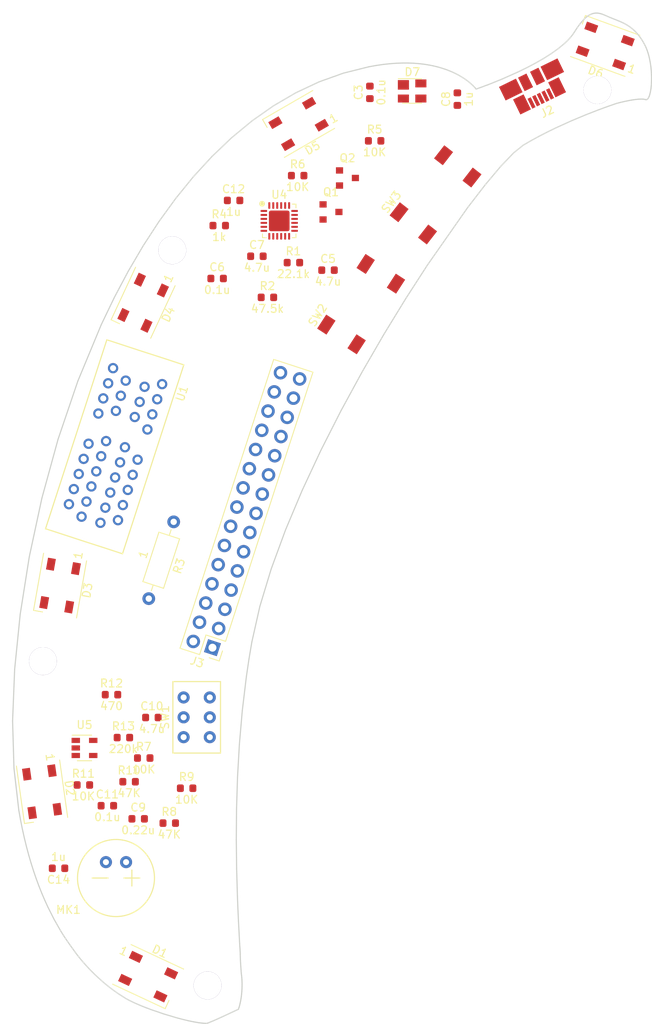
<source format=kicad_pcb>
(kicad_pcb (version 20171130) (host pcbnew 5.1.3-ffb9f22~84~ubuntu18.04.1)

  (general
    (thickness 1)
    (drawings 283)
    (tracks 0)
    (zones 0)
    (modules 45)
    (nets 63)
  )

  (page A4)
  (layers
    (0 F.Cu signal)
    (31 B.Cu signal)
    (32 B.Adhes user)
    (33 F.Adhes user)
    (34 B.Paste user)
    (35 F.Paste user)
    (36 B.SilkS user)
    (37 F.SilkS user)
    (38 B.Mask user)
    (39 F.Mask user)
    (40 Dwgs.User user)
    (41 Cmts.User user)
    (42 Eco1.User user)
    (43 Eco2.User user)
    (44 Edge.Cuts user)
    (45 Margin user)
    (46 B.CrtYd user)
    (47 F.CrtYd user)
    (48 B.Fab user)
    (49 F.Fab user)
  )

  (setup
    (last_trace_width 0.28)
    (user_trace_width 0.24)
    (user_trace_width 0.28)
    (user_trace_width 0.3048)
    (user_trace_width 0.4)
    (trace_clearance 0.2)
    (zone_clearance 0.508)
    (zone_45_only no)
    (trace_min 0.2)
    (via_size 0.8)
    (via_drill 0.4)
    (via_min_size 0.4)
    (via_min_drill 0.3)
    (uvia_size 0.3)
    (uvia_drill 0.1)
    (uvias_allowed no)
    (uvia_min_size 0.2)
    (uvia_min_drill 0.1)
    (edge_width 0.15)
    (segment_width 0.01)
    (pcb_text_width 0.3)
    (pcb_text_size 1.5 1.5)
    (mod_edge_width 0.15)
    (mod_text_size 1 1)
    (mod_text_width 0.15)
    (pad_size 1.524 1.524)
    (pad_drill 0.762)
    (pad_to_mask_clearance 0.2)
    (solder_mask_min_width 0.25)
    (aux_axis_origin 0 0)
    (visible_elements 7FFFFFFF)
    (pcbplotparams
      (layerselection 0x010fc_ffffffff)
      (usegerberextensions false)
      (usegerberattributes false)
      (usegerberadvancedattributes false)
      (creategerberjobfile false)
      (excludeedgelayer true)
      (linewidth 0.100000)
      (plotframeref false)
      (viasonmask false)
      (mode 1)
      (useauxorigin false)
      (hpglpennumber 1)
      (hpglpenspeed 20)
      (hpglpendiameter 15.000000)
      (psnegative false)
      (psa4output false)
      (plotreference true)
      (plotvalue true)
      (plotinvisibletext false)
      (padsonsilk false)
      (subtractmaskfromsilk false)
      (outputformat 1)
      (mirror false)
      (drillshape 1)
      (scaleselection 1)
      (outputdirectory ""))
  )

  (net 0 "")
  (net 1 +5V)
  (net 2 GND)
  (net 3 "Net-(C3-Pad1)")
  (net 4 +3V3)
  (net 5 "Net-(C9-Pad2)")
  (net 6 "Net-(C9-Pad1)")
  (net 7 AUD_VCC)
  (net 8 "Net-(D1-Pad2)")
  (net 9 LED_OUT)
  (net 10 "Net-(D2-Pad2)")
  (net 11 "Net-(D3-Pad2)")
  (net 12 "Net-(D4-Pad2)")
  (net 13 "Net-(D5-Pad2)")
  (net 14 "Net-(D6-Pad2)")
  (net 15 "Net-(D7-Pad3)")
  (net 16 "Net-(D7-Pad4)")
  (net 17 "Net-(J2-Pad4)")
  (net 18 SCL)
  (net 19 SDA)
  (net 20 _RES)
  (net 21 SW2)
  (net 22 SW3)
  (net 23 AUD_PWR)
  (net 24 3.3V)
  (net 25 ADC_PIN)
  (net 26 REST)
  (net 27 SW5)
  (net 28 TX)
  (net 29 RX)
  (net 30 SW4)
  (net 31 5V)
  (net 32 DTR_GPIO0)
  (net 33 "Net-(Q1-Pad1)")
  (net 34 "Net-(Q2-Pad1)")
  (net 35 RTS_EN)
  (net 36 "Net-(R1-Pad2)")
  (net 37 "Net-(R3-Pad1)")
  (net 38 "Net-(R4-Pad1)")
  (net 39 "Net-(R10-Pad2)")
  (net 40 "Net-(R11-Pad1)")
  (net 41 "Net-(SW1-Pad3)")
  (net 42 "Net-(U1-PadB8)")
  (net 43 "Net-(U1-PadB9)")
  (net 44 "Net-(U1-PadB10)")
  (net 45 "Net-(U1-PadA9)")
  (net 46 "Net-(U1-PadA8)")
  (net 47 "Net-(U1-PadA10)")
  (net 48 "Net-(U4-Pad1)")
  (net 49 "Net-(U4-Pad10)")
  (net 50 "Net-(U4-Pad11)")
  (net 51 "Net-(U4-Pad12)")
  (net 52 "Net-(U4-Pad13)")
  (net 53 "Net-(U4-Pad14)")
  (net 54 "Net-(U4-Pad15)")
  (net 55 "Net-(U4-Pad16)")
  (net 56 "Net-(U4-Pad17)")
  (net 57 RTS)
  (net 58 CTS)
  (net 59 "Net-(U4-Pad22)")
  (net 60 "Net-(U4-Pad23)")
  (net 61 "Net-(U4-Pad24)")
  (net 62 "Net-(SW1-Pad6)")

  (net_class Default "This is the default net class."
    (clearance 0.2)
    (trace_width 0.25)
    (via_dia 0.8)
    (via_drill 0.4)
    (uvia_dia 0.3)
    (uvia_drill 0.1)
    (add_net +3V3)
    (add_net +5V)
    (add_net 3.3V)
    (add_net 5V)
    (add_net ADC_PIN)
    (add_net AUD_PWR)
    (add_net AUD_VCC)
    (add_net CTS)
    (add_net DTR_GPIO0)
    (add_net GND)
    (add_net LED_OUT)
    (add_net "Net-(C3-Pad1)")
    (add_net "Net-(C9-Pad1)")
    (add_net "Net-(C9-Pad2)")
    (add_net "Net-(D1-Pad2)")
    (add_net "Net-(D2-Pad2)")
    (add_net "Net-(D3-Pad2)")
    (add_net "Net-(D4-Pad2)")
    (add_net "Net-(D5-Pad2)")
    (add_net "Net-(D6-Pad2)")
    (add_net "Net-(D7-Pad3)")
    (add_net "Net-(D7-Pad4)")
    (add_net "Net-(J2-Pad4)")
    (add_net "Net-(Q1-Pad1)")
    (add_net "Net-(Q2-Pad1)")
    (add_net "Net-(R1-Pad2)")
    (add_net "Net-(R10-Pad2)")
    (add_net "Net-(R11-Pad1)")
    (add_net "Net-(R3-Pad1)")
    (add_net "Net-(R4-Pad1)")
    (add_net "Net-(SW1-Pad3)")
    (add_net "Net-(SW1-Pad6)")
    (add_net "Net-(U1-PadA10)")
    (add_net "Net-(U1-PadA8)")
    (add_net "Net-(U1-PadA9)")
    (add_net "Net-(U1-PadB10)")
    (add_net "Net-(U1-PadB8)")
    (add_net "Net-(U1-PadB9)")
    (add_net "Net-(U4-Pad1)")
    (add_net "Net-(U4-Pad10)")
    (add_net "Net-(U4-Pad11)")
    (add_net "Net-(U4-Pad12)")
    (add_net "Net-(U4-Pad13)")
    (add_net "Net-(U4-Pad14)")
    (add_net "Net-(U4-Pad15)")
    (add_net "Net-(U4-Pad16)")
    (add_net "Net-(U4-Pad17)")
    (add_net "Net-(U4-Pad22)")
    (add_net "Net-(U4-Pad23)")
    (add_net "Net-(U4-Pad24)")
    (add_net REST)
    (add_net RTS)
    (add_net RTS_EN)
    (add_net RX)
    (add_net SCL)
    (add_net SDA)
    (add_net SW2)
    (add_net SW3)
    (add_net SW4)
    (add_net SW5)
    (add_net TX)
    (add_net _RES)
  )

  (net_class Power ""
    (clearance 0.19558)
    (trace_width 0.4)
    (via_dia 0.635)
    (via_drill 0.45)
    (uvia_dia 0.3)
    (uvia_drill 0.1)
  )

  (net_class Thin ""
    (clearance 0.19558)
    (trace_width 0.25)
    (via_dia 0.635)
    (via_drill 0.3556)
    (uvia_dia 0.3)
    (uvia_drill 0.1)
  )

  (net_class xThin ""
    (clearance 0.19558)
    (trace_width 0.2)
    (via_dia 0.635)
    (via_drill 0.3556)
    (uvia_dia 0.3)
    (uvia_drill 0.1)
  )

  (module Swadge_Parts:C_0603_1608Metric (layer F.Cu) (tedit 5D6D1C16) (tstamp 5DAD8F12)
    (at 163.575 45.175 90)
    (descr "Capacitor SMD 0603 (1608 Metric), square (rectangular) end terminal, IPC_7351 nominal, (Body size source: http://www.tortai-tech.com/upload/download/2011102023233369053.pdf), generated with kicad-footprint-generator")
    (tags capacitor)
    (path /5C473DAA)
    (attr smd)
    (fp_text reference C3 (at 0 -1.43 90) (layer F.SilkS)
      (effects (font (size 1 1) (thickness 0.15)))
    )
    (fp_text value 0.1u (at 0 1.43 90) (layer F.SilkS)
      (effects (font (size 1 1) (thickness 0.15)))
    )
    (fp_text user %R (at 0 0 90) (layer F.Fab)
      (effects (font (size 0.4 0.4) (thickness 0.06)))
    )
    (fp_line (start 1.48 0.73) (end -1.48 0.73) (layer F.CrtYd) (width 0.05))
    (fp_line (start 1.48 -0.73) (end 1.48 0.73) (layer F.CrtYd) (width 0.05))
    (fp_line (start -1.48 -0.73) (end 1.48 -0.73) (layer F.CrtYd) (width 0.05))
    (fp_line (start -1.48 0.73) (end -1.48 -0.73) (layer F.CrtYd) (width 0.05))
    (fp_line (start -0.162779 0.51) (end 0.162779 0.51) (layer F.Fab) (width 0.12))
    (fp_line (start -0.162779 -0.51) (end 0.162779 -0.51) (layer F.Fab) (width 0.12))
    (fp_line (start 0.8 0.4) (end -0.8 0.4) (layer F.Fab) (width 0.1))
    (fp_line (start 0.8 -0.4) (end 0.8 0.4) (layer F.Fab) (width 0.1))
    (fp_line (start -0.8 -0.4) (end 0.8 -0.4) (layer F.Fab) (width 0.1))
    (fp_line (start -0.8 0.4) (end -0.8 -0.4) (layer F.Fab) (width 0.1))
    (pad 2 smd roundrect (at 0.7875 0 90) (size 0.875 0.95) (layers F.Cu F.Paste F.Mask) (roundrect_rratio 0.25)
      (net 2 GND))
    (pad 1 smd roundrect (at -0.7875 0 90) (size 0.875 0.95) (layers F.Cu F.Paste F.Mask) (roundrect_rratio 0.25)
      (net 3 "Net-(C3-Pad1)"))
    (model ${KIPRJMOD}/../kicad-libs/package3d/C_0603_1608Metric.wrl
      (at (xyz 0 0 0))
      (scale (xyz 1 1 1))
      (rotate (xyz 0 0 0))
    )
  )

  (module Swadge_Parts:C_0603_1608Metric (layer F.Cu) (tedit 5D6D1C16) (tstamp 5DADC95A)
    (at 158.3 67.55)
    (descr "Capacitor SMD 0603 (1608 Metric), square (rectangular) end terminal, IPC_7351 nominal, (Body size source: http://www.tortai-tech.com/upload/download/2011102023233369053.pdf), generated with kicad-footprint-generator")
    (tags capacitor)
    (path /5C473CF2)
    (attr smd)
    (fp_text reference C5 (at 0 -1.43) (layer F.SilkS)
      (effects (font (size 1 1) (thickness 0.15)))
    )
    (fp_text value 4.7u (at 0 1.43) (layer F.SilkS)
      (effects (font (size 1 1) (thickness 0.15)))
    )
    (fp_line (start -0.8 0.4) (end -0.8 -0.4) (layer F.Fab) (width 0.1))
    (fp_line (start -0.8 -0.4) (end 0.8 -0.4) (layer F.Fab) (width 0.1))
    (fp_line (start 0.8 -0.4) (end 0.8 0.4) (layer F.Fab) (width 0.1))
    (fp_line (start 0.8 0.4) (end -0.8 0.4) (layer F.Fab) (width 0.1))
    (fp_line (start -0.162779 -0.51) (end 0.162779 -0.51) (layer F.Fab) (width 0.12))
    (fp_line (start -0.162779 0.51) (end 0.162779 0.51) (layer F.Fab) (width 0.12))
    (fp_line (start -1.48 0.73) (end -1.48 -0.73) (layer F.CrtYd) (width 0.05))
    (fp_line (start -1.48 -0.73) (end 1.48 -0.73) (layer F.CrtYd) (width 0.05))
    (fp_line (start 1.48 -0.73) (end 1.48 0.73) (layer F.CrtYd) (width 0.05))
    (fp_line (start 1.48 0.73) (end -1.48 0.73) (layer F.CrtYd) (width 0.05))
    (fp_text user %R (at 0 0) (layer F.Fab)
      (effects (font (size 0.4 0.4) (thickness 0.06)))
    )
    (pad 1 smd roundrect (at -0.7875 0) (size 0.875 0.95) (layers F.Cu F.Paste F.Mask) (roundrect_rratio 0.25)
      (net 3 "Net-(C3-Pad1)"))
    (pad 2 smd roundrect (at 0.7875 0) (size 0.875 0.95) (layers F.Cu F.Paste F.Mask) (roundrect_rratio 0.25)
      (net 2 GND))
    (model ${KIPRJMOD}/../kicad-libs/package3d/C_0603_1608Metric.wrl
      (at (xyz 0 0 0))
      (scale (xyz 1 1 1))
      (rotate (xyz 0 0 0))
    )
  )

  (module Swadge_Parts:C_0603_1608Metric (layer F.Cu) (tedit 5D6D1C16) (tstamp 5DAD8F34)
    (at 144.325 68.6)
    (descr "Capacitor SMD 0603 (1608 Metric), square (rectangular) end terminal, IPC_7351 nominal, (Body size source: http://www.tortai-tech.com/upload/download/2011102023233369053.pdf), generated with kicad-footprint-generator")
    (tags capacitor)
    (path /5C473E18)
    (attr smd)
    (fp_text reference C6 (at 0 -1.43) (layer F.SilkS)
      (effects (font (size 1 1) (thickness 0.15)))
    )
    (fp_text value 0.1u (at 0 1.43) (layer F.SilkS)
      (effects (font (size 1 1) (thickness 0.15)))
    )
    (fp_line (start -0.8 0.4) (end -0.8 -0.4) (layer F.Fab) (width 0.1))
    (fp_line (start -0.8 -0.4) (end 0.8 -0.4) (layer F.Fab) (width 0.1))
    (fp_line (start 0.8 -0.4) (end 0.8 0.4) (layer F.Fab) (width 0.1))
    (fp_line (start 0.8 0.4) (end -0.8 0.4) (layer F.Fab) (width 0.1))
    (fp_line (start -0.162779 -0.51) (end 0.162779 -0.51) (layer F.Fab) (width 0.12))
    (fp_line (start -0.162779 0.51) (end 0.162779 0.51) (layer F.Fab) (width 0.12))
    (fp_line (start -1.48 0.73) (end -1.48 -0.73) (layer F.CrtYd) (width 0.05))
    (fp_line (start -1.48 -0.73) (end 1.48 -0.73) (layer F.CrtYd) (width 0.05))
    (fp_line (start 1.48 -0.73) (end 1.48 0.73) (layer F.CrtYd) (width 0.05))
    (fp_line (start 1.48 0.73) (end -1.48 0.73) (layer F.CrtYd) (width 0.05))
    (fp_text user %R (at 0 0) (layer F.Fab)
      (effects (font (size 0.4 0.4) (thickness 0.06)))
    )
    (pad 1 smd roundrect (at -0.7875 0) (size 0.875 0.95) (layers F.Cu F.Paste F.Mask) (roundrect_rratio 0.25)
      (net 4 +3V3))
    (pad 2 smd roundrect (at 0.7875 0) (size 0.875 0.95) (layers F.Cu F.Paste F.Mask) (roundrect_rratio 0.25)
      (net 2 GND))
    (model ${KIPRJMOD}/../kicad-libs/package3d/C_0603_1608Metric.wrl
      (at (xyz 0 0 0))
      (scale (xyz 1 1 1))
      (rotate (xyz 0 0 0))
    )
  )

  (module Swadge_Parts:C_0603_1608Metric (layer F.Cu) (tedit 5D6D1C16) (tstamp 5DADC1D8)
    (at 149.3375 65.8)
    (descr "Capacitor SMD 0603 (1608 Metric), square (rectangular) end terminal, IPC_7351 nominal, (Body size source: http://www.tortai-tech.com/upload/download/2011102023233369053.pdf), generated with kicad-footprint-generator")
    (tags capacitor)
    (path /5C473DE0)
    (attr smd)
    (fp_text reference C7 (at 0 -1.43) (layer F.SilkS)
      (effects (font (size 1 1) (thickness 0.15)))
    )
    (fp_text value 4.7u (at 0 1.43) (layer F.SilkS)
      (effects (font (size 1 1) (thickness 0.15)))
    )
    (fp_line (start -0.8 0.4) (end -0.8 -0.4) (layer F.Fab) (width 0.1))
    (fp_line (start -0.8 -0.4) (end 0.8 -0.4) (layer F.Fab) (width 0.1))
    (fp_line (start 0.8 -0.4) (end 0.8 0.4) (layer F.Fab) (width 0.1))
    (fp_line (start 0.8 0.4) (end -0.8 0.4) (layer F.Fab) (width 0.1))
    (fp_line (start -0.162779 -0.51) (end 0.162779 -0.51) (layer F.Fab) (width 0.12))
    (fp_line (start -0.162779 0.51) (end 0.162779 0.51) (layer F.Fab) (width 0.12))
    (fp_line (start -1.48 0.73) (end -1.48 -0.73) (layer F.CrtYd) (width 0.05))
    (fp_line (start -1.48 -0.73) (end 1.48 -0.73) (layer F.CrtYd) (width 0.05))
    (fp_line (start 1.48 -0.73) (end 1.48 0.73) (layer F.CrtYd) (width 0.05))
    (fp_line (start 1.48 0.73) (end -1.48 0.73) (layer F.CrtYd) (width 0.05))
    (fp_text user %R (at 0 0) (layer F.Fab)
      (effects (font (size 0.4 0.4) (thickness 0.06)))
    )
    (pad 1 smd roundrect (at -0.7875 0) (size 0.875 0.95) (layers F.Cu F.Paste F.Mask) (roundrect_rratio 0.25)
      (net 4 +3V3))
    (pad 2 smd roundrect (at 0.7875 0) (size 0.875 0.95) (layers F.Cu F.Paste F.Mask) (roundrect_rratio 0.25)
      (net 2 GND))
    (model ${KIPRJMOD}/../kicad-libs/package3d/C_0603_1608Metric.wrl
      (at (xyz 0 0 0))
      (scale (xyz 1 1 1))
      (rotate (xyz 0 0 0))
    )
  )

  (module Swadge_Parts:C_0603_1608Metric (layer F.Cu) (tedit 5D6D1C16) (tstamp 5DAD8F56)
    (at 174.6 46.025 90)
    (descr "Capacitor SMD 0603 (1608 Metric), square (rectangular) end terminal, IPC_7351 nominal, (Body size source: http://www.tortai-tech.com/upload/download/2011102023233369053.pdf), generated with kicad-footprint-generator")
    (tags capacitor)
    (path /5C3A6F66)
    (attr smd)
    (fp_text reference C8 (at 0 -1.43 90) (layer F.SilkS)
      (effects (font (size 1 1) (thickness 0.15)))
    )
    (fp_text value 1u (at 0 1.43 90) (layer F.SilkS)
      (effects (font (size 1 1) (thickness 0.15)))
    )
    (fp_text user %R (at 0 0 90) (layer F.Fab)
      (effects (font (size 0.4 0.4) (thickness 0.06)))
    )
    (fp_line (start 1.48 0.73) (end -1.48 0.73) (layer F.CrtYd) (width 0.05))
    (fp_line (start 1.48 -0.73) (end 1.48 0.73) (layer F.CrtYd) (width 0.05))
    (fp_line (start -1.48 -0.73) (end 1.48 -0.73) (layer F.CrtYd) (width 0.05))
    (fp_line (start -1.48 0.73) (end -1.48 -0.73) (layer F.CrtYd) (width 0.05))
    (fp_line (start -0.162779 0.51) (end 0.162779 0.51) (layer F.Fab) (width 0.12))
    (fp_line (start -0.162779 -0.51) (end 0.162779 -0.51) (layer F.Fab) (width 0.12))
    (fp_line (start 0.8 0.4) (end -0.8 0.4) (layer F.Fab) (width 0.1))
    (fp_line (start 0.8 -0.4) (end 0.8 0.4) (layer F.Fab) (width 0.1))
    (fp_line (start -0.8 -0.4) (end 0.8 -0.4) (layer F.Fab) (width 0.1))
    (fp_line (start -0.8 0.4) (end -0.8 -0.4) (layer F.Fab) (width 0.1))
    (pad 2 smd roundrect (at 0.7875 0 90) (size 0.875 0.95) (layers F.Cu F.Paste F.Mask) (roundrect_rratio 0.25)
      (net 2 GND))
    (pad 1 smd roundrect (at -0.7875 0 90) (size 0.875 0.95) (layers F.Cu F.Paste F.Mask) (roundrect_rratio 0.25)
      (net 4 +3V3))
    (model ${KIPRJMOD}/../kicad-libs/package3d/C_0603_1608Metric.wrl
      (at (xyz 0 0 0))
      (scale (xyz 1 1 1))
      (rotate (xyz 0 0 0))
    )
  )

  (module Swadge_Parts:C_0603_1608Metric (layer F.Cu) (tedit 5D6D1C16) (tstamp 5DAD8F67)
    (at 134.375 136.6)
    (descr "Capacitor SMD 0603 (1608 Metric), square (rectangular) end terminal, IPC_7351 nominal, (Body size source: http://www.tortai-tech.com/upload/download/2011102023233369053.pdf), generated with kicad-footprint-generator")
    (tags capacitor)
    (path /5DF4071E)
    (attr smd)
    (fp_text reference C9 (at 0 -1.43) (layer F.SilkS)
      (effects (font (size 1 1) (thickness 0.15)))
    )
    (fp_text value 0.22u (at 0 1.43) (layer F.SilkS)
      (effects (font (size 1 1) (thickness 0.15)))
    )
    (fp_text user %R (at 0 0) (layer F.Fab)
      (effects (font (size 0.4 0.4) (thickness 0.06)))
    )
    (fp_line (start 1.48 0.73) (end -1.48 0.73) (layer F.CrtYd) (width 0.05))
    (fp_line (start 1.48 -0.73) (end 1.48 0.73) (layer F.CrtYd) (width 0.05))
    (fp_line (start -1.48 -0.73) (end 1.48 -0.73) (layer F.CrtYd) (width 0.05))
    (fp_line (start -1.48 0.73) (end -1.48 -0.73) (layer F.CrtYd) (width 0.05))
    (fp_line (start -0.162779 0.51) (end 0.162779 0.51) (layer F.Fab) (width 0.12))
    (fp_line (start -0.162779 -0.51) (end 0.162779 -0.51) (layer F.Fab) (width 0.12))
    (fp_line (start 0.8 0.4) (end -0.8 0.4) (layer F.Fab) (width 0.1))
    (fp_line (start 0.8 -0.4) (end 0.8 0.4) (layer F.Fab) (width 0.1))
    (fp_line (start -0.8 -0.4) (end 0.8 -0.4) (layer F.Fab) (width 0.1))
    (fp_line (start -0.8 0.4) (end -0.8 -0.4) (layer F.Fab) (width 0.1))
    (pad 2 smd roundrect (at 0.7875 0) (size 0.875 0.95) (layers F.Cu F.Paste F.Mask) (roundrect_rratio 0.25)
      (net 5 "Net-(C9-Pad2)"))
    (pad 1 smd roundrect (at -0.7875 0) (size 0.875 0.95) (layers F.Cu F.Paste F.Mask) (roundrect_rratio 0.25)
      (net 6 "Net-(C9-Pad1)"))
    (model ${KIPRJMOD}/../kicad-libs/package3d/C_0603_1608Metric.wrl
      (at (xyz 0 0 0))
      (scale (xyz 1 1 1))
      (rotate (xyz 0 0 0))
    )
  )

  (module Swadge_Parts:C_0603_1608Metric (layer F.Cu) (tedit 5D6D1C16) (tstamp 5DADC760)
    (at 136.1 123.85)
    (descr "Capacitor SMD 0603 (1608 Metric), square (rectangular) end terminal, IPC_7351 nominal, (Body size source: http://www.tortai-tech.com/upload/download/2011102023233369053.pdf), generated with kicad-footprint-generator")
    (tags capacitor)
    (path /5DEC9EF2)
    (attr smd)
    (fp_text reference C10 (at 0 -1.43) (layer F.SilkS)
      (effects (font (size 1 1) (thickness 0.15)))
    )
    (fp_text value 4.7u (at 0 1.43) (layer F.SilkS)
      (effects (font (size 1 1) (thickness 0.15)))
    )
    (fp_text user %R (at 0 0) (layer F.Fab)
      (effects (font (size 0.4 0.4) (thickness 0.06)))
    )
    (fp_line (start 1.48 0.73) (end -1.48 0.73) (layer F.CrtYd) (width 0.05))
    (fp_line (start 1.48 -0.73) (end 1.48 0.73) (layer F.CrtYd) (width 0.05))
    (fp_line (start -1.48 -0.73) (end 1.48 -0.73) (layer F.CrtYd) (width 0.05))
    (fp_line (start -1.48 0.73) (end -1.48 -0.73) (layer F.CrtYd) (width 0.05))
    (fp_line (start -0.162779 0.51) (end 0.162779 0.51) (layer F.Fab) (width 0.12))
    (fp_line (start -0.162779 -0.51) (end 0.162779 -0.51) (layer F.Fab) (width 0.12))
    (fp_line (start 0.8 0.4) (end -0.8 0.4) (layer F.Fab) (width 0.1))
    (fp_line (start 0.8 -0.4) (end 0.8 0.4) (layer F.Fab) (width 0.1))
    (fp_line (start -0.8 -0.4) (end 0.8 -0.4) (layer F.Fab) (width 0.1))
    (fp_line (start -0.8 0.4) (end -0.8 -0.4) (layer F.Fab) (width 0.1))
    (pad 2 smd roundrect (at 0.7875 0) (size 0.875 0.95) (layers F.Cu F.Paste F.Mask) (roundrect_rratio 0.25)
      (net 2 GND))
    (pad 1 smd roundrect (at -0.7875 0) (size 0.875 0.95) (layers F.Cu F.Paste F.Mask) (roundrect_rratio 0.25)
      (net 7 AUD_VCC))
    (model ${KIPRJMOD}/../kicad-libs/package3d/C_0603_1608Metric.wrl
      (at (xyz 0 0 0))
      (scale (xyz 1 1 1))
      (rotate (xyz 0 0 0))
    )
  )

  (module Swadge_Parts:C_0603_1608Metric (layer F.Cu) (tedit 5D6D1C16) (tstamp 5DAD8F89)
    (at 130.49 134.95)
    (descr "Capacitor SMD 0603 (1608 Metric), square (rectangular) end terminal, IPC_7351 nominal, (Body size source: http://www.tortai-tech.com/upload/download/2011102023233369053.pdf), generated with kicad-footprint-generator")
    (tags capacitor)
    (path /5DFD8FC2)
    (attr smd)
    (fp_text reference C11 (at 0 -1.43) (layer F.SilkS)
      (effects (font (size 1 1) (thickness 0.15)))
    )
    (fp_text value 0.1u (at 0 1.43) (layer F.SilkS)
      (effects (font (size 1 1) (thickness 0.15)))
    )
    (fp_text user %R (at 0 0) (layer F.Fab)
      (effects (font (size 0.4 0.4) (thickness 0.06)))
    )
    (fp_line (start 1.48 0.73) (end -1.48 0.73) (layer F.CrtYd) (width 0.05))
    (fp_line (start 1.48 -0.73) (end 1.48 0.73) (layer F.CrtYd) (width 0.05))
    (fp_line (start -1.48 -0.73) (end 1.48 -0.73) (layer F.CrtYd) (width 0.05))
    (fp_line (start -1.48 0.73) (end -1.48 -0.73) (layer F.CrtYd) (width 0.05))
    (fp_line (start -0.162779 0.51) (end 0.162779 0.51) (layer F.Fab) (width 0.12))
    (fp_line (start -0.162779 -0.51) (end 0.162779 -0.51) (layer F.Fab) (width 0.12))
    (fp_line (start 0.8 0.4) (end -0.8 0.4) (layer F.Fab) (width 0.1))
    (fp_line (start 0.8 -0.4) (end 0.8 0.4) (layer F.Fab) (width 0.1))
    (fp_line (start -0.8 -0.4) (end 0.8 -0.4) (layer F.Fab) (width 0.1))
    (fp_line (start -0.8 0.4) (end -0.8 -0.4) (layer F.Fab) (width 0.1))
    (pad 2 smd roundrect (at 0.7875 0) (size 0.875 0.95) (layers F.Cu F.Paste F.Mask) (roundrect_rratio 0.25)
      (net 7 AUD_VCC))
    (pad 1 smd roundrect (at -0.7875 0) (size 0.875 0.95) (layers F.Cu F.Paste F.Mask) (roundrect_rratio 0.25)
      (net 2 GND))
    (model ${KIPRJMOD}/../kicad-libs/package3d/C_0603_1608Metric.wrl
      (at (xyz 0 0 0))
      (scale (xyz 1 1 1))
      (rotate (xyz 0 0 0))
    )
  )

  (module Swadge_Parts:C_0603_1608Metric (layer F.Cu) (tedit 5D6D1C16) (tstamp 5DAD8F9A)
    (at 146.4 58.775)
    (descr "Capacitor SMD 0603 (1608 Metric), square (rectangular) end terminal, IPC_7351 nominal, (Body size source: http://www.tortai-tech.com/upload/download/2011102023233369053.pdf), generated with kicad-footprint-generator")
    (tags capacitor)
    (path /5C3A91E5)
    (attr smd)
    (fp_text reference C12 (at 0 -1.43) (layer F.SilkS)
      (effects (font (size 1 1) (thickness 0.15)))
    )
    (fp_text value 1u (at 0 1.43) (layer F.SilkS)
      (effects (font (size 1 1) (thickness 0.15)))
    )
    (fp_line (start -0.8 0.4) (end -0.8 -0.4) (layer F.Fab) (width 0.1))
    (fp_line (start -0.8 -0.4) (end 0.8 -0.4) (layer F.Fab) (width 0.1))
    (fp_line (start 0.8 -0.4) (end 0.8 0.4) (layer F.Fab) (width 0.1))
    (fp_line (start 0.8 0.4) (end -0.8 0.4) (layer F.Fab) (width 0.1))
    (fp_line (start -0.162779 -0.51) (end 0.162779 -0.51) (layer F.Fab) (width 0.12))
    (fp_line (start -0.162779 0.51) (end 0.162779 0.51) (layer F.Fab) (width 0.12))
    (fp_line (start -1.48 0.73) (end -1.48 -0.73) (layer F.CrtYd) (width 0.05))
    (fp_line (start -1.48 -0.73) (end 1.48 -0.73) (layer F.CrtYd) (width 0.05))
    (fp_line (start 1.48 -0.73) (end 1.48 0.73) (layer F.CrtYd) (width 0.05))
    (fp_line (start 1.48 0.73) (end -1.48 0.73) (layer F.CrtYd) (width 0.05))
    (fp_text user %R (at 0 0) (layer F.Fab)
      (effects (font (size 0.4 0.4) (thickness 0.06)))
    )
    (pad 1 smd roundrect (at -0.7875 0) (size 0.875 0.95) (layers F.Cu F.Paste F.Mask) (roundrect_rratio 0.25)
      (net 4 +3V3))
    (pad 2 smd roundrect (at 0.7875 0) (size 0.875 0.95) (layers F.Cu F.Paste F.Mask) (roundrect_rratio 0.25)
      (net 2 GND))
    (model ${KIPRJMOD}/../kicad-libs/package3d/C_0603_1608Metric.wrl
      (at (xyz 0 0 0))
      (scale (xyz 1 1 1))
      (rotate (xyz 0 0 0))
    )
  )

  (module Swadge_Parts:C_0603_1608Metric (layer F.Cu) (tedit 5D6D1C16) (tstamp 5DADC813)
    (at 124.3375 142.825 180)
    (descr "Capacitor SMD 0603 (1608 Metric), square (rectangular) end terminal, IPC_7351 nominal, (Body size source: http://www.tortai-tech.com/upload/download/2011102023233369053.pdf), generated with kicad-footprint-generator")
    (tags capacitor)
    (path /5C3A9728)
    (attr smd)
    (fp_text reference C14 (at 0 -1.43) (layer F.SilkS)
      (effects (font (size 1 1) (thickness 0.15)))
    )
    (fp_text value 1u (at 0 1.43) (layer F.SilkS)
      (effects (font (size 1 1) (thickness 0.15)))
    )
    (fp_line (start -0.8 0.4) (end -0.8 -0.4) (layer F.Fab) (width 0.1))
    (fp_line (start -0.8 -0.4) (end 0.8 -0.4) (layer F.Fab) (width 0.1))
    (fp_line (start 0.8 -0.4) (end 0.8 0.4) (layer F.Fab) (width 0.1))
    (fp_line (start 0.8 0.4) (end -0.8 0.4) (layer F.Fab) (width 0.1))
    (fp_line (start -0.162779 -0.51) (end 0.162779 -0.51) (layer F.Fab) (width 0.12))
    (fp_line (start -0.162779 0.51) (end 0.162779 0.51) (layer F.Fab) (width 0.12))
    (fp_line (start -1.48 0.73) (end -1.48 -0.73) (layer F.CrtYd) (width 0.05))
    (fp_line (start -1.48 -0.73) (end 1.48 -0.73) (layer F.CrtYd) (width 0.05))
    (fp_line (start 1.48 -0.73) (end 1.48 0.73) (layer F.CrtYd) (width 0.05))
    (fp_line (start 1.48 0.73) (end -1.48 0.73) (layer F.CrtYd) (width 0.05))
    (fp_text user %R (at 0 0) (layer F.Fab)
      (effects (font (size 0.4 0.4) (thickness 0.06)))
    )
    (pad 1 smd roundrect (at -0.7875 0 180) (size 0.875 0.95) (layers F.Cu F.Paste F.Mask) (roundrect_rratio 0.25)
      (net 4 +3V3))
    (pad 2 smd roundrect (at 0.7875 0 180) (size 0.875 0.95) (layers F.Cu F.Paste F.Mask) (roundrect_rratio 0.25)
      (net 2 GND))
    (model ${KIPRJMOD}/../kicad-libs/package3d/C_0603_1608Metric.wrl
      (at (xyz 0 0 0))
      (scale (xyz 1 1 1))
      (rotate (xyz 0 0 0))
    )
  )

  (module Swadge_Parts:LED_WS2812B_PLCC4_5.0x5.0mm_P3.2mm (layer F.Cu) (tedit 5C4681F8) (tstamp 5DADAFDA)
    (at 135.63 156.46 335)
    (descr https://cdn-shop.adafruit.com/datasheets/WS2812B.pdf)
    (tags "LED RGB NeoPixel")
    (path /5C3A6CB0)
    (attr smd)
    (fp_text reference D1 (at 0 -3.5 155) (layer F.SilkS)
      (effects (font (size 1 1) (thickness 0.15)))
    )
    (fp_text value WS2812B (at 0 4 155) (layer F.Fab)
      (effects (font (size 1 1) (thickness 0.15)))
    )
    (fp_circle (center 0 0) (end 0 -2) (layer F.Fab) (width 0.1))
    (fp_line (start 3.65 2.75) (end 3.65 1.6) (layer F.SilkS) (width 0.12))
    (fp_line (start -3.65 2.75) (end 3.65 2.75) (layer F.SilkS) (width 0.12))
    (fp_line (start -3.65 -2.75) (end 3.65 -2.75) (layer F.SilkS) (width 0.12))
    (fp_line (start 2.5 -2.5) (end -2.5 -2.5) (layer F.Fab) (width 0.1))
    (fp_line (start 2.5 2.5) (end 2.5 -2.5) (layer F.Fab) (width 0.1))
    (fp_line (start -2.5 2.5) (end 2.5 2.5) (layer F.Fab) (width 0.1))
    (fp_line (start -2.5 -2.5) (end -2.5 2.5) (layer F.Fab) (width 0.1))
    (fp_line (start 2.5 1.5) (end 1.5 2.5) (layer F.Fab) (width 0.1))
    (fp_line (start -3.45 -2.75) (end -3.45 2.75) (layer F.CrtYd) (width 0.05))
    (fp_line (start -3.45 2.75) (end 3.45 2.75) (layer F.CrtYd) (width 0.05))
    (fp_line (start 3.45 2.75) (end 3.45 -2.75) (layer F.CrtYd) (width 0.05))
    (fp_line (start 3.45 -2.75) (end -3.45 -2.75) (layer F.CrtYd) (width 0.05))
    (fp_text user %R (at 0 0 155) (layer F.Fab)
      (effects (font (size 0.8 0.8) (thickness 0.15)))
    )
    (fp_text user 1 (at -4.15 -1.6 155) (layer F.SilkS)
      (effects (font (size 1 1) (thickness 0.15)))
    )
    (pad 1 smd rect (at -2.45 -1.6 335) (size 1.5 1) (layers F.Cu F.Paste F.Mask)
      (net 4 +3V3))
    (pad 2 smd rect (at -2.45 1.6 335) (size 1.5 1) (layers F.Cu F.Paste F.Mask)
      (net 8 "Net-(D1-Pad2)"))
    (pad 4 smd rect (at 2.45 -1.6 335) (size 1.5 1) (layers F.Cu F.Paste F.Mask)
      (net 9 LED_OUT))
    (pad 3 smd rect (at 2.45 1.6 335) (size 1.5 1) (layers F.Cu F.Paste F.Mask)
      (net 2 GND))
    (model ${KIPRJMOD}/../kicad-libs/package3d/WS2812_RGB_LED_updated.stp
      (at (xyz 0 0 0))
      (scale (xyz 1 1 1))
      (rotate (xyz 0 0 90))
    )
  )

  (module Swadge_Parts:LED_WS2812B_PLCC4_5.0x5.0mm_P3.2mm (layer F.Cu) (tedit 5C4681F8) (tstamp 5DAD8FD9)
    (at 122.26 133.19 278)
    (descr https://cdn-shop.adafruit.com/datasheets/WS2812B.pdf)
    (tags "LED RGB NeoPixel")
    (path /5C3A88A5)
    (attr smd)
    (fp_text reference D2 (at 0 -3.5 98) (layer F.SilkS)
      (effects (font (size 1 1) (thickness 0.15)))
    )
    (fp_text value WS2812B (at 0 4 98) (layer F.Fab)
      (effects (font (size 1 1) (thickness 0.15)))
    )
    (fp_text user 1 (at -4.15 -1.6 98) (layer F.SilkS)
      (effects (font (size 1 1) (thickness 0.15)))
    )
    (fp_text user %R (at 0 0 98) (layer F.Fab)
      (effects (font (size 0.8 0.8) (thickness 0.15)))
    )
    (fp_line (start 3.45 -2.75) (end -3.45 -2.75) (layer F.CrtYd) (width 0.05))
    (fp_line (start 3.45 2.75) (end 3.45 -2.75) (layer F.CrtYd) (width 0.05))
    (fp_line (start -3.45 2.75) (end 3.45 2.75) (layer F.CrtYd) (width 0.05))
    (fp_line (start -3.45 -2.75) (end -3.45 2.75) (layer F.CrtYd) (width 0.05))
    (fp_line (start 2.5 1.5) (end 1.5 2.5) (layer F.Fab) (width 0.1))
    (fp_line (start -2.5 -2.5) (end -2.5 2.5) (layer F.Fab) (width 0.1))
    (fp_line (start -2.5 2.5) (end 2.5 2.5) (layer F.Fab) (width 0.1))
    (fp_line (start 2.5 2.5) (end 2.5 -2.5) (layer F.Fab) (width 0.1))
    (fp_line (start 2.5 -2.5) (end -2.5 -2.5) (layer F.Fab) (width 0.1))
    (fp_line (start -3.65 -2.75) (end 3.65 -2.75) (layer F.SilkS) (width 0.12))
    (fp_line (start -3.65 2.75) (end 3.65 2.75) (layer F.SilkS) (width 0.12))
    (fp_line (start 3.65 2.75) (end 3.65 1.6) (layer F.SilkS) (width 0.12))
    (fp_circle (center 0 0) (end 0 -2) (layer F.Fab) (width 0.1))
    (pad 3 smd rect (at 2.45 1.6 278) (size 1.5 1) (layers F.Cu F.Paste F.Mask)
      (net 2 GND))
    (pad 4 smd rect (at 2.45 -1.6 278) (size 1.5 1) (layers F.Cu F.Paste F.Mask)
      (net 8 "Net-(D1-Pad2)"))
    (pad 2 smd rect (at -2.45 1.6 278) (size 1.5 1) (layers F.Cu F.Paste F.Mask)
      (net 10 "Net-(D2-Pad2)"))
    (pad 1 smd rect (at -2.45 -1.6 278) (size 1.5 1) (layers F.Cu F.Paste F.Mask)
      (net 4 +3V3))
    (model ${KIPRJMOD}/../kicad-libs/package3d/WS2812_RGB_LED_updated.stp
      (at (xyz 0 0 0))
      (scale (xyz 1 1 1))
      (rotate (xyz 0 0 90))
    )
  )

  (module Swadge_Parts:LED_WS2812B_PLCC4_5.0x5.0mm_P3.2mm (layer F.Cu) (tedit 5C4681F8) (tstamp 5DAD8FF0)
    (at 124.529746 107.249384 260)
    (descr https://cdn-shop.adafruit.com/datasheets/WS2812B.pdf)
    (tags "LED RGB NeoPixel")
    (path /5C3A91D9)
    (attr smd)
    (fp_text reference D3 (at 0 -3.5 80) (layer F.SilkS)
      (effects (font (size 1 1) (thickness 0.15)))
    )
    (fp_text value WS2812B (at 0 4 80) (layer F.Fab)
      (effects (font (size 1 1) (thickness 0.15)))
    )
    (fp_text user 1 (at -4.15 -1.6 80) (layer F.SilkS)
      (effects (font (size 1 1) (thickness 0.15)))
    )
    (fp_text user %R (at 0 0 80) (layer F.Fab)
      (effects (font (size 0.8 0.8) (thickness 0.15)))
    )
    (fp_line (start 3.45 -2.75) (end -3.45 -2.75) (layer F.CrtYd) (width 0.05))
    (fp_line (start 3.45 2.75) (end 3.45 -2.75) (layer F.CrtYd) (width 0.05))
    (fp_line (start -3.45 2.75) (end 3.45 2.75) (layer F.CrtYd) (width 0.05))
    (fp_line (start -3.45 -2.75) (end -3.45 2.75) (layer F.CrtYd) (width 0.05))
    (fp_line (start 2.5 1.5) (end 1.5 2.5) (layer F.Fab) (width 0.1))
    (fp_line (start -2.5 -2.5) (end -2.5 2.5) (layer F.Fab) (width 0.1))
    (fp_line (start -2.5 2.5) (end 2.5 2.5) (layer F.Fab) (width 0.1))
    (fp_line (start 2.5 2.5) (end 2.5 -2.5) (layer F.Fab) (width 0.1))
    (fp_line (start 2.5 -2.5) (end -2.5 -2.5) (layer F.Fab) (width 0.1))
    (fp_line (start -3.65 -2.75) (end 3.65 -2.75) (layer F.SilkS) (width 0.12))
    (fp_line (start -3.65 2.75) (end 3.65 2.75) (layer F.SilkS) (width 0.12))
    (fp_line (start 3.65 2.75) (end 3.65 1.6) (layer F.SilkS) (width 0.12))
    (fp_circle (center 0 0) (end 0 -2) (layer F.Fab) (width 0.1))
    (pad 3 smd rect (at 2.45 1.6 260) (size 1.5 1) (layers F.Cu F.Paste F.Mask)
      (net 2 GND))
    (pad 4 smd rect (at 2.45 -1.6 260) (size 1.5 1) (layers F.Cu F.Paste F.Mask)
      (net 10 "Net-(D2-Pad2)"))
    (pad 2 smd rect (at -2.45 1.6 260) (size 1.5 1) (layers F.Cu F.Paste F.Mask)
      (net 11 "Net-(D3-Pad2)"))
    (pad 1 smd rect (at -2.45 -1.6 260) (size 1.5 1) (layers F.Cu F.Paste F.Mask)
      (net 4 +3V3))
    (model ${KIPRJMOD}/../kicad-libs/package3d/WS2812_RGB_LED_updated.stp
      (at (xyz 0 0 0))
      (scale (xyz 1 1 1))
      (rotate (xyz 0 0 90))
    )
  )

  (module Swadge_Parts:LED_WS2812B_PLCC4_5.0x5.0mm_P3.2mm (layer F.Cu) (tedit 5C4681F8) (tstamp 5DADB2CE)
    (at 135 71.65 245)
    (descr https://cdn-shop.adafruit.com/datasheets/WS2812B.pdf)
    (tags "LED RGB NeoPixel")
    (path /5C3A91FA)
    (attr smd)
    (fp_text reference D4 (at 0 -3.5 65) (layer F.SilkS)
      (effects (font (size 1 1) (thickness 0.15)))
    )
    (fp_text value WS2812B (at 0 4 65) (layer F.Fab)
      (effects (font (size 1 1) (thickness 0.15)))
    )
    (fp_circle (center 0 0) (end 0 -2) (layer F.Fab) (width 0.1))
    (fp_line (start 3.65 2.75) (end 3.65 1.6) (layer F.SilkS) (width 0.12))
    (fp_line (start -3.65 2.75) (end 3.65 2.75) (layer F.SilkS) (width 0.12))
    (fp_line (start -3.65 -2.75) (end 3.65 -2.75) (layer F.SilkS) (width 0.12))
    (fp_line (start 2.5 -2.5) (end -2.5 -2.5) (layer F.Fab) (width 0.1))
    (fp_line (start 2.5 2.5) (end 2.5 -2.5) (layer F.Fab) (width 0.1))
    (fp_line (start -2.5 2.5) (end 2.5 2.5) (layer F.Fab) (width 0.1))
    (fp_line (start -2.5 -2.5) (end -2.5 2.5) (layer F.Fab) (width 0.1))
    (fp_line (start 2.5 1.5) (end 1.5 2.5) (layer F.Fab) (width 0.1))
    (fp_line (start -3.45 -2.75) (end -3.45 2.75) (layer F.CrtYd) (width 0.05))
    (fp_line (start -3.45 2.75) (end 3.45 2.75) (layer F.CrtYd) (width 0.05))
    (fp_line (start 3.45 2.75) (end 3.45 -2.75) (layer F.CrtYd) (width 0.05))
    (fp_line (start 3.45 -2.75) (end -3.45 -2.75) (layer F.CrtYd) (width 0.05))
    (fp_text user %R (at 0 0 65) (layer F.Fab)
      (effects (font (size 0.8 0.8) (thickness 0.15)))
    )
    (fp_text user 1 (at -4.15 -1.6 65) (layer F.SilkS)
      (effects (font (size 1 1) (thickness 0.15)))
    )
    (pad 1 smd rect (at -2.45 -1.6 245) (size 1.5 1) (layers F.Cu F.Paste F.Mask)
      (net 4 +3V3))
    (pad 2 smd rect (at -2.45 1.6 245) (size 1.5 1) (layers F.Cu F.Paste F.Mask)
      (net 12 "Net-(D4-Pad2)"))
    (pad 4 smd rect (at 2.45 -1.6 245) (size 1.5 1) (layers F.Cu F.Paste F.Mask)
      (net 11 "Net-(D3-Pad2)"))
    (pad 3 smd rect (at 2.45 1.6 245) (size 1.5 1) (layers F.Cu F.Paste F.Mask)
      (net 2 GND))
    (model ${KIPRJMOD}/../kicad-libs/package3d/WS2812_RGB_LED_updated.stp
      (at (xyz 0 0 0))
      (scale (xyz 1 1 1))
      (rotate (xyz 0 0 90))
    )
  )

  (module Swadge_Parts:LED_WS2812B_PLCC4_5.0x5.0mm_P3.2mm (layer F.Cu) (tedit 5C4681F8) (tstamp 5DAD901E)
    (at 154.59 49.15 210)
    (descr https://cdn-shop.adafruit.com/datasheets/WS2812B.pdf)
    (tags "LED RGB NeoPixel")
    (path /5C3A971C)
    (attr smd)
    (fp_text reference D5 (at 0 -3.5 30) (layer F.SilkS)
      (effects (font (size 1 1) (thickness 0.15)))
    )
    (fp_text value WS2812B (at 0 4 30) (layer F.Fab)
      (effects (font (size 1 1) (thickness 0.15)))
    )
    (fp_text user 1 (at -4.15 -1.6 30) (layer F.SilkS)
      (effects (font (size 1 1) (thickness 0.15)))
    )
    (fp_text user %R (at 0 0 30) (layer F.Fab)
      (effects (font (size 0.8 0.8) (thickness 0.15)))
    )
    (fp_line (start 3.45 -2.75) (end -3.45 -2.75) (layer F.CrtYd) (width 0.05))
    (fp_line (start 3.45 2.75) (end 3.45 -2.75) (layer F.CrtYd) (width 0.05))
    (fp_line (start -3.45 2.75) (end 3.45 2.75) (layer F.CrtYd) (width 0.05))
    (fp_line (start -3.45 -2.75) (end -3.45 2.75) (layer F.CrtYd) (width 0.05))
    (fp_line (start 2.5 1.5) (end 1.5 2.5) (layer F.Fab) (width 0.1))
    (fp_line (start -2.5 -2.5) (end -2.5 2.5) (layer F.Fab) (width 0.1))
    (fp_line (start -2.5 2.5) (end 2.5 2.5) (layer F.Fab) (width 0.1))
    (fp_line (start 2.5 2.5) (end 2.5 -2.5) (layer F.Fab) (width 0.1))
    (fp_line (start 2.5 -2.5) (end -2.5 -2.5) (layer F.Fab) (width 0.1))
    (fp_line (start -3.65 -2.75) (end 3.65 -2.75) (layer F.SilkS) (width 0.12))
    (fp_line (start -3.65 2.75) (end 3.65 2.75) (layer F.SilkS) (width 0.12))
    (fp_line (start 3.65 2.75) (end 3.65 1.6) (layer F.SilkS) (width 0.12))
    (fp_circle (center 0 0) (end 0 -2) (layer F.Fab) (width 0.1))
    (pad 3 smd rect (at 2.45 1.6 210) (size 1.5 1) (layers F.Cu F.Paste F.Mask)
      (net 2 GND))
    (pad 4 smd rect (at 2.45 -1.6 210) (size 1.5 1) (layers F.Cu F.Paste F.Mask)
      (net 12 "Net-(D4-Pad2)"))
    (pad 2 smd rect (at -2.45 1.6 210) (size 1.5 1) (layers F.Cu F.Paste F.Mask)
      (net 13 "Net-(D5-Pad2)"))
    (pad 1 smd rect (at -2.45 -1.6 210) (size 1.5 1) (layers F.Cu F.Paste F.Mask)
      (net 4 +3V3))
    (model ${KIPRJMOD}/../kicad-libs/package3d/WS2812_RGB_LED_updated.stp
      (at (xyz 0 0 0))
      (scale (xyz 1 1 1))
      (rotate (xyz 0 0 90))
    )
  )

  (module Swadge_Parts:LED_WS2812B_PLCC4_5.0x5.0mm_P3.2mm (layer F.Cu) (tedit 5C4681F8) (tstamp 5DADAF28)
    (at 193.23 39.33 160)
    (descr https://cdn-shop.adafruit.com/datasheets/WS2812B.pdf)
    (tags "LED RGB NeoPixel")
    (path /5C3A973D)
    (attr smd)
    (fp_text reference D6 (at 0 -3.5 160) (layer F.SilkS)
      (effects (font (size 1 1) (thickness 0.15)))
    )
    (fp_text value WS2812B (at 0 4 160) (layer F.Fab)
      (effects (font (size 1 1) (thickness 0.15)))
    )
    (fp_circle (center 0 0) (end 0 -2) (layer F.Fab) (width 0.1))
    (fp_line (start 3.65 2.75) (end 3.65 1.6) (layer F.SilkS) (width 0.12))
    (fp_line (start -3.65 2.75) (end 3.65 2.75) (layer F.SilkS) (width 0.12))
    (fp_line (start -3.65 -2.75) (end 3.65 -2.75) (layer F.SilkS) (width 0.12))
    (fp_line (start 2.5 -2.5) (end -2.5 -2.5) (layer F.Fab) (width 0.1))
    (fp_line (start 2.5 2.5) (end 2.5 -2.5) (layer F.Fab) (width 0.1))
    (fp_line (start -2.5 2.5) (end 2.5 2.5) (layer F.Fab) (width 0.1))
    (fp_line (start -2.5 -2.5) (end -2.5 2.5) (layer F.Fab) (width 0.1))
    (fp_line (start 2.5 1.5) (end 1.5 2.5) (layer F.Fab) (width 0.1))
    (fp_line (start -3.45 -2.75) (end -3.45 2.75) (layer F.CrtYd) (width 0.05))
    (fp_line (start -3.45 2.75) (end 3.45 2.75) (layer F.CrtYd) (width 0.05))
    (fp_line (start 3.45 2.75) (end 3.45 -2.75) (layer F.CrtYd) (width 0.05))
    (fp_line (start 3.45 -2.75) (end -3.45 -2.75) (layer F.CrtYd) (width 0.05))
    (fp_text user %R (at 0 0 160) (layer F.Fab)
      (effects (font (size 0.8 0.8) (thickness 0.15)))
    )
    (fp_text user 1 (at -4.15 -1.6 160) (layer F.SilkS)
      (effects (font (size 1 1) (thickness 0.15)))
    )
    (pad 1 smd rect (at -2.45 -1.6 160) (size 1.5 1) (layers F.Cu F.Paste F.Mask)
      (net 4 +3V3))
    (pad 2 smd rect (at -2.45 1.6 160) (size 1.5 1) (layers F.Cu F.Paste F.Mask)
      (net 14 "Net-(D6-Pad2)"))
    (pad 4 smd rect (at 2.45 -1.6 160) (size 1.5 1) (layers F.Cu F.Paste F.Mask)
      (net 13 "Net-(D5-Pad2)"))
    (pad 3 smd rect (at 2.45 1.6 160) (size 1.5 1) (layers F.Cu F.Paste F.Mask)
      (net 2 GND))
    (model ${KIPRJMOD}/../kicad-libs/package3d/WS2812_RGB_LED_updated.stp
      (at (xyz 0 0 0))
      (scale (xyz 1 1 1))
      (rotate (xyz 0 0 90))
    )
  )

  (module Swadge_Parts:SOT-143 (layer F.Cu) (tedit 5C50E70C) (tstamp 5DAD9049)
    (at 168.9 45)
    (descr SOT-143)
    (tags SOT-143)
    (path /5C439D44)
    (attr smd)
    (fp_text reference D7 (at 0.02 -2.38) (layer F.SilkS)
      (effects (font (size 1 1) (thickness 0.15)))
    )
    (fp_text value SP0503BAHT (at -0.28 2.48) (layer F.Fab)
      (effects (font (size 1 1) (thickness 0.15)))
    )
    (fp_text user %R (at 0 0 90) (layer F.Fab)
      (effects (font (size 0.5 0.5) (thickness 0.075)))
    )
    (fp_line (start -1.2 1.55) (end 1.2 1.55) (layer F.SilkS) (width 0.12))
    (fp_line (start 1.2 -1.55) (end -1.75 -1.55) (layer F.SilkS) (width 0.12))
    (fp_line (start -1.2 -1) (end -0.7 -1.5) (layer F.Fab) (width 0.1))
    (fp_line (start -0.7 -1.5) (end 1.2 -1.5) (layer F.Fab) (width 0.1))
    (fp_line (start -1.2 1.5) (end -1.2 -1) (layer F.Fab) (width 0.1))
    (fp_line (start 1.2 1.5) (end -1.2 1.5) (layer F.Fab) (width 0.1))
    (fp_line (start 1.2 -1.5) (end 1.2 1.5) (layer F.Fab) (width 0.1))
    (fp_line (start 2.05 -1.75) (end 2.05 1.75) (layer F.CrtYd) (width 0.05))
    (fp_line (start 2.05 -1.75) (end -2.05 -1.75) (layer F.CrtYd) (width 0.05))
    (fp_line (start -2.05 1.75) (end 2.05 1.75) (layer F.CrtYd) (width 0.05))
    (fp_line (start -2.05 1.75) (end -2.05 -1.75) (layer F.CrtYd) (width 0.05))
    (pad 1 smd rect (at -1.1 -0.77 270) (size 1.2 1.4) (layers F.Cu F.Paste F.Mask)
      (net 2 GND))
    (pad 2 smd rect (at -1.1 0.95 270) (size 1 1.4) (layers F.Cu F.Paste F.Mask)
      (net 3 "Net-(C3-Pad1)"))
    (pad 3 smd rect (at 1.1 0.95 270) (size 1 1.4) (layers F.Cu F.Paste F.Mask)
      (net 15 "Net-(D7-Pad3)"))
    (pad 4 smd rect (at 1.1 -0.95 270) (size 1 1.4) (layers F.Cu F.Paste F.Mask)
      (net 16 "Net-(D7-Pad4)"))
    (model ${KIPRJMOD}/../kicad-libs/package3d/SOT-143.wrl
      (at (xyz 0 0 0))
      (scale (xyz 1 1 1))
      (rotate (xyz 0 0 0))
    )
  )

  (module Swadge_Parts:Hole (layer F.Cu) (tedit 5C510EDE) (tstamp 5DAD904E)
    (at 192.25 44.88)
    (path /5C63A01C)
    (fp_text reference H1 (at 0 3) (layer F.Fab)
      (effects (font (size 1 1) (thickness 0.15)))
    )
    (fp_text value Hole (at 0 -3) (layer F.Fab)
      (effects (font (size 1 1) (thickness 0.15)))
    )
    (pad 1 thru_hole circle (at 0 0) (size 3.51 3.51) (drill 3.51) (layers *.Cu *.Mask))
  )

  (module Swadge_Parts:Hole (layer F.Cu) (tedit 5C510EDE) (tstamp 5DAD9053)
    (at 122.37 116.75)
    (path /5C63A11E)
    (fp_text reference H2 (at 0 3) (layer F.Fab)
      (effects (font (size 1 1) (thickness 0.15)))
    )
    (fp_text value Hole (at 0 -3) (layer F.Fab)
      (effects (font (size 1 1) (thickness 0.15)))
    )
    (pad 1 thru_hole circle (at 0 0) (size 3.51 3.51) (drill 3.51) (layers *.Cu *.Mask))
  )

  (module Swadge_Parts:Hole (layer F.Cu) (tedit 5C510EDE) (tstamp 5DAD9058)
    (at 138.67 65.04)
    (path /5C63A0C8)
    (fp_text reference H3 (at 0 3) (layer F.Fab)
      (effects (font (size 1 1) (thickness 0.15)))
    )
    (fp_text value Hole (at 0 -3) (layer F.Fab)
      (effects (font (size 1 1) (thickness 0.15)))
    )
    (pad 1 thru_hole circle (at 0 0) (size 3.51 3.51) (drill 3.51) (layers *.Cu *.Mask))
  )

  (module Swadge_Parts:Hole (layer F.Cu) (tedit 5C510EDE) (tstamp 5DAD905D)
    (at 143.12 157.57)
    (path /5C63A186)
    (fp_text reference H4 (at 0 3) (layer F.Fab)
      (effects (font (size 1 1) (thickness 0.15)))
    )
    (fp_text value Hole (at 0 -3) (layer F.Fab)
      (effects (font (size 1 1) (thickness 0.15)))
    )
    (pad 1 thru_hole circle (at 0 0) (size 3.51 3.51) (drill 3.51) (layers *.Cu *.Mask))
  )

  (module Swadge_Parts:USB_Micro-B_Molex_47346-0001 (layer F.Cu) (tedit 5D6D1B3A) (tstamp 5DADC67E)
    (at 184.475 44.625 206)
    (descr "Micro USB B receptable with flange, bottom-mount, SMD, right-angle (http://www.molex.com/pdm_docs/sd/473460001_sd.pdf)")
    (tags "Micro B USB SMD")
    (path /5C43540A)
    (attr smd)
    (fp_text reference J2 (at 0 -3.3 206) (layer F.SilkS)
      (effects (font (size 1 1) (thickness 0.15)))
    )
    (fp_text value USB_B_Micro (at 0 4.6 206) (layer F.Fab)
      (effects (font (size 1 1) (thickness 0.15)))
    )
    (fp_text user "PCB Edge" (at 0 2.67 206) (layer Dwgs.User)
      (effects (font (size 0.4 0.4) (thickness 0.04)))
    )
    (fp_text user %R (at 0 1.2 26) (layer F.Fab)
      (effects (font (size 1 1) (thickness 0.15)))
    )
    (fp_line (start 3.81 -1.71) (end 3.43 -1.71) (layer F.Fab) (width 0.12))
    (fp_line (start 4.6 3.9) (end -4.6 3.9) (layer F.CrtYd) (width 0.05))
    (fp_line (start 4.6 -2.7) (end 4.6 3.9) (layer F.CrtYd) (width 0.05))
    (fp_line (start -4.6 -2.7) (end 4.6 -2.7) (layer F.CrtYd) (width 0.05))
    (fp_line (start -4.6 3.9) (end -4.6 -2.7) (layer F.CrtYd) (width 0.05))
    (fp_line (start 3.75 3.35) (end -3.75 3.35) (layer F.Fab) (width 0.1))
    (fp_line (start 3.75 -1.65) (end 3.75 3.35) (layer F.Fab) (width 0.1))
    (fp_line (start -3.75 -1.65) (end 3.75 -1.65) (layer F.Fab) (width 0.1))
    (fp_line (start -3.75 3.35) (end -3.75 -1.65) (layer F.Fab) (width 0.1))
    (fp_line (start 3.81 2.34) (end 3.81 2.6) (layer F.Fab) (width 0.12))
    (fp_line (start 3.81 -1.71) (end 3.81 0.06) (layer F.Fab) (width 0.12))
    (fp_line (start -3.81 -1.71) (end -3.43 -1.71) (layer F.Fab) (width 0.12))
    (fp_line (start -3.81 0.06) (end -3.81 -1.71) (layer F.Fab) (width 0.12))
    (fp_line (start -3.81 2.6) (end -3.81 2.34) (layer F.Fab) (width 0.12))
    (fp_line (start -3.25 2.65) (end 3.25 2.65) (layer F.Fab) (width 0.1))
    (pad 1 smd rect (at -1.3 -1.46 206) (size 0.45 1.38) (layers F.Cu F.Paste F.Mask)
      (net 3 "Net-(C3-Pad1)"))
    (pad 2 smd rect (at -0.65 -1.46 206) (size 0.45 1.38) (layers F.Cu F.Paste F.Mask)
      (net 16 "Net-(D7-Pad4)"))
    (pad 3 smd rect (at 0 -1.46 206) (size 0.45 1.38) (layers F.Cu F.Paste F.Mask)
      (net 15 "Net-(D7-Pad3)"))
    (pad 4 smd rect (at 0.65 -1.46 206) (size 0.45 1.38) (layers F.Cu F.Paste F.Mask)
      (net 17 "Net-(J2-Pad4)"))
    (pad 5 smd rect (at 1.3 -1.46 206) (size 0.45 1.38) (layers F.Cu F.Paste F.Mask)
      (net 2 GND))
    (pad 6 smd rect (at -2.4625 -1.1 206) (size 1.475 2.1) (layers F.Cu F.Paste F.Mask)
      (net 2 GND))
    (pad 6 smd rect (at 2.4625 -1.1 206) (size 1.475 2.1) (layers F.Cu F.Paste F.Mask)
      (net 2 GND))
    (pad 6 smd rect (at -2.91 1.2 206) (size 2.375 1.9) (layers F.Cu F.Paste F.Mask)
      (net 2 GND))
    (pad 6 smd rect (at 2.91 1.2 206) (size 2.375 1.9) (layers F.Cu F.Paste F.Mask)
      (net 2 GND))
    (pad 6 smd rect (at -0.84 1.2 206) (size 1.175 1.9) (layers F.Cu F.Paste F.Mask)
      (net 2 GND))
    (pad 6 smd rect (at 0.84 1.2 206) (size 1.175 1.9) (layers F.Cu F.Paste F.Mask)
      (net 2 GND))
    (model ${KIPRJMOD}/../kicad-libs/package3d/USB_Micro-B_Molex_47346-0001.wrl
      (at (xyz 0 0 0))
      (scale (xyz 1 1 1))
      (rotate (xyz 0 0 0))
    )
  )

  (module Swadge_Parts:PinHeader_2x15_P2.54mm_Vertical (layer F.Cu) (tedit 5CAA5BEB) (tstamp 5DAD90B1)
    (at 143.735872 115.061152 162)
    (descr "Through hole straight pin header, 2x15, 2.54mm pitch, double rows")
    (tags "Through hole pin header THT 2x15 2.54mm double row")
    (path /5CEF4C93)
    (fp_text reference J3 (at 1.27 -2.33 162) (layer F.SilkS)
      (effects (font (size 1 1) (thickness 0.15)))
    )
    (fp_text value Conn_02x15_Top_Bottom (at 1.27 37.89 162) (layer F.Fab)
      (effects (font (size 1 1) (thickness 0.15)))
    )
    (fp_line (start 0 -1.27) (end 3.81 -1.27) (layer F.Fab) (width 0.1))
    (fp_line (start 3.81 -1.27) (end 3.81 36.83) (layer F.Fab) (width 0.1))
    (fp_line (start 3.81 36.83) (end -1.27 36.83) (layer F.Fab) (width 0.1))
    (fp_line (start -1.27 36.83) (end -1.27 0) (layer F.Fab) (width 0.1))
    (fp_line (start -1.27 0) (end 0 -1.27) (layer F.Fab) (width 0.1))
    (fp_line (start -1.33 36.89) (end 3.87 36.89) (layer F.SilkS) (width 0.12))
    (fp_line (start -1.33 1.27) (end -1.33 36.89) (layer F.SilkS) (width 0.12))
    (fp_line (start 3.87 -1.33) (end 3.87 36.89) (layer F.SilkS) (width 0.12))
    (fp_line (start -1.33 1.27) (end 1.27 1.27) (layer F.SilkS) (width 0.12))
    (fp_line (start 1.27 1.27) (end 1.27 -1.33) (layer F.SilkS) (width 0.12))
    (fp_line (start 1.27 -1.33) (end 3.87 -1.33) (layer F.SilkS) (width 0.12))
    (fp_line (start -1.33 0) (end -1.33 -1.33) (layer F.SilkS) (width 0.12))
    (fp_line (start -1.33 -1.33) (end 0 -1.33) (layer F.SilkS) (width 0.12))
    (fp_line (start -1.8 -1.8) (end -1.8 37.35) (layer F.CrtYd) (width 0.05))
    (fp_line (start -1.8 37.35) (end 4.35 37.35) (layer F.CrtYd) (width 0.05))
    (fp_line (start 4.35 37.35) (end 4.35 -1.8) (layer F.CrtYd) (width 0.05))
    (fp_line (start 4.35 -1.8) (end -1.8 -1.8) (layer F.CrtYd) (width 0.05))
    (fp_text user %R (at 1.27 17.78 72) (layer F.Fab)
      (effects (font (size 1 1) (thickness 0.15)))
    )
    (pad 1 thru_hole rect (at 0 0 162) (size 1.7 1.7) (drill 1) (layers *.Cu *.Mask)
      (net 2 GND))
    (pad 2 thru_hole oval (at 2.54 0 162) (size 1.7 1.7) (drill 1) (layers *.Cu *.Mask)
      (net 2 GND))
    (pad 3 thru_hole oval (at 0 2.54 162) (size 1.7 1.7) (drill 1) (layers *.Cu *.Mask)
      (net 18 SCL))
    (pad 4 thru_hole oval (at 2.54 2.54 162) (size 1.7 1.7) (drill 1) (layers *.Cu *.Mask)
      (net 18 SCL))
    (pad 5 thru_hole oval (at 0 5.08 162) (size 1.7 1.7) (drill 1) (layers *.Cu *.Mask)
      (net 19 SDA))
    (pad 6 thru_hole oval (at 2.54 5.08 162) (size 1.7 1.7) (drill 1) (layers *.Cu *.Mask)
      (net 19 SDA))
    (pad 7 thru_hole oval (at 0 7.62 162) (size 1.7 1.7) (drill 1) (layers *.Cu *.Mask)
      (net 20 _RES))
    (pad 8 thru_hole oval (at 2.54 7.62 162) (size 1.7 1.7) (drill 1) (layers *.Cu *.Mask)
      (net 20 _RES))
    (pad 9 thru_hole oval (at 0 10.16 162) (size 1.7 1.7) (drill 1) (layers *.Cu *.Mask)
      (net 21 SW2))
    (pad 10 thru_hole oval (at 2.54 10.16 162) (size 1.7 1.7) (drill 1) (layers *.Cu *.Mask)
      (net 21 SW2))
    (pad 11 thru_hole oval (at 0 12.7 162) (size 1.7 1.7) (drill 1) (layers *.Cu *.Mask)
      (net 22 SW3))
    (pad 12 thru_hole oval (at 2.54 12.7 162) (size 1.7 1.7) (drill 1) (layers *.Cu *.Mask)
      (net 22 SW3))
    (pad 13 thru_hole oval (at 0 15.24 162) (size 1.7 1.7) (drill 1) (layers *.Cu *.Mask)
      (net 23 AUD_PWR))
    (pad 14 thru_hole oval (at 2.54 15.24 162) (size 1.7 1.7) (drill 1) (layers *.Cu *.Mask)
      (net 23 AUD_PWR))
    (pad 15 thru_hole oval (at 0 17.78 162) (size 1.7 1.7) (drill 1) (layers *.Cu *.Mask)
      (net 24 3.3V))
    (pad 16 thru_hole oval (at 2.54 17.78 162) (size 1.7 1.7) (drill 1) (layers *.Cu *.Mask)
      (net 24 3.3V))
    (pad 17 thru_hole oval (at 0 20.32 162) (size 1.7 1.7) (drill 1) (layers *.Cu *.Mask)
      (net 25 ADC_PIN))
    (pad 18 thru_hole oval (at 2.54 20.32 162) (size 1.7 1.7) (drill 1) (layers *.Cu *.Mask)
      (net 25 ADC_PIN))
    (pad 19 thru_hole oval (at 0 22.86 162) (size 1.7 1.7) (drill 1) (layers *.Cu *.Mask)
      (net 26 REST))
    (pad 20 thru_hole oval (at 2.54 22.86 162) (size 1.7 1.7) (drill 1) (layers *.Cu *.Mask)
      (net 26 REST))
    (pad 21 thru_hole oval (at 0 25.4 162) (size 1.7 1.7) (drill 1) (layers *.Cu *.Mask)
      (net 27 SW5))
    (pad 22 thru_hole oval (at 2.54 25.4 162) (size 1.7 1.7) (drill 1) (layers *.Cu *.Mask)
      (net 27 SW5))
    (pad 23 thru_hole oval (at 0 27.94 162) (size 1.7 1.7) (drill 1) (layers *.Cu *.Mask)
      (net 28 TX))
    (pad 24 thru_hole oval (at 2.54 27.94 162) (size 1.7 1.7) (drill 1) (layers *.Cu *.Mask)
      (net 28 TX))
    (pad 25 thru_hole oval (at 0 30.48 162) (size 1.7 1.7) (drill 1) (layers *.Cu *.Mask)
      (net 29 RX))
    (pad 26 thru_hole oval (at 2.54 30.48 162) (size 1.7 1.7) (drill 1) (layers *.Cu *.Mask)
      (net 29 RX))
    (pad 27 thru_hole oval (at 0 33.02 162) (size 1.7 1.7) (drill 1) (layers *.Cu *.Mask)
      (net 30 SW4))
    (pad 28 thru_hole oval (at 2.54 33.02 162) (size 1.7 1.7) (drill 1) (layers *.Cu *.Mask)
      (net 30 SW4))
    (pad 29 thru_hole oval (at 0 35.56 162) (size 1.7 1.7) (drill 1) (layers *.Cu *.Mask)
      (net 31 5V))
    (pad 30 thru_hole oval (at 2.54 35.56 162) (size 1.7 1.7) (drill 1) (layers *.Cu *.Mask)
      (net 31 5V))
    (model ${KIPRJMOD}/../kicad-libs/package3d/PinHeader_2x15_P2.54mm_Vertical.wrl
      (at (xyz 0 0 0))
      (scale (xyz 1 1 1))
      (rotate (xyz 0 0 0))
    )
  )

  (module Swadge_Parts:CMA-4544PF-W (layer F.Cu) (tedit 5CA55A33) (tstamp 5DAD90EF)
    (at 131.58 144.05 180)
    (path /5E03D848)
    (fp_text reference MK1 (at 6 -4) (layer F.SilkS)
      (effects (font (size 1 1) (thickness 0.15)))
    )
    (fp_text value Microphone (at 0 -6) (layer F.Fab)
      (effects (font (size 1 1) (thickness 0.15)))
    )
    (fp_circle (center 0 0) (end 4.85 0) (layer F.SilkS) (width 0.15))
    (fp_line (start 1 0) (end 3 0) (layer F.SilkS) (width 0.15))
    (fp_line (start -2 1) (end -2 -1) (layer F.SilkS) (width 0.15))
    (fp_line (start -3 0) (end -1 0) (layer F.SilkS) (width 0.15))
    (pad 2 thru_hole circle (at -1.27 2 180) (size 1.524 1.524) (drill 0.762) (layers *.Cu *.Mask)
      (net 6 "Net-(C9-Pad1)"))
    (pad 1 thru_hole circle (at 1.27 2 180) (size 1.524 1.524) (drill 0.762) (layers *.Cu *.Mask)
      (net 2 GND))
    (model ${KIPRJMOD}/../kicad-libs/package3d/cma-4544pf-w.wrl
      (at (xyz 0 0 0))
      (scale (xyz 1 1 1))
      (rotate (xyz 0 0 0))
    )
    (model ${KIPRJMOD}/../kicad-libs/package3d/CMA-4544PF-W.stp
      (at (xyz 0 0 0))
      (scale (xyz 1 1 1))
      (rotate (xyz -90 0 90))
    )
  )

  (module Swadge_Parts:SOT-23 (layer F.Cu) (tedit 5D6D1CA5) (tstamp 5DAD9104)
    (at 158.675 60.225)
    (descr "SOT-23, Standard")
    (tags SOT-23)
    (path /5DD7584B)
    (attr smd)
    (fp_text reference Q1 (at 0 -2.5) (layer F.SilkS)
      (effects (font (size 1 1) (thickness 0.15)))
    )
    (fp_text value Q_NPN_BEC (at 0 2.5) (layer F.Fab)
      (effects (font (size 1 1) (thickness 0.15)))
    )
    (fp_text user %R (at 0 0 90) (layer F.Fab)
      (effects (font (size 0.5 0.5) (thickness 0.075)))
    )
    (fp_line (start -0.7 -0.95) (end -0.7 1.5) (layer F.Fab) (width 0.1))
    (fp_line (start -0.15 -1.52) (end 0.7 -1.52) (layer F.Fab) (width 0.1))
    (fp_line (start -0.7 -0.95) (end -0.15 -1.52) (layer F.Fab) (width 0.1))
    (fp_line (start 0.7 -1.52) (end 0.7 1.52) (layer F.Fab) (width 0.1))
    (fp_line (start -0.7 1.52) (end 0.7 1.52) (layer F.Fab) (width 0.1))
    (fp_line (start 0.76 1.58) (end 0.76 0.65) (layer F.Fab) (width 0.12))
    (fp_line (start 0.76 -1.58) (end 0.76 -0.65) (layer F.Fab) (width 0.12))
    (fp_line (start -1.7 -1.75) (end 1.7 -1.75) (layer F.CrtYd) (width 0.05))
    (fp_line (start 1.7 -1.75) (end 1.7 1.75) (layer F.CrtYd) (width 0.05))
    (fp_line (start 1.7 1.75) (end -1.7 1.75) (layer F.CrtYd) (width 0.05))
    (fp_line (start -1.7 1.75) (end -1.7 -1.75) (layer F.CrtYd) (width 0.05))
    (fp_line (start 0.76 -1.58) (end -1.4 -1.58) (layer F.Fab) (width 0.12))
    (fp_line (start 0.76 1.58) (end -0.7 1.58) (layer F.Fab) (width 0.12))
    (pad 1 smd rect (at -1 -0.95) (size 0.9 0.8) (layers F.Cu F.Paste F.Mask)
      (net 33 "Net-(Q1-Pad1)"))
    (pad 2 smd rect (at -1 0.95) (size 0.9 0.8) (layers F.Cu F.Paste F.Mask)
      (net 32 DTR_GPIO0))
    (pad 3 smd rect (at 1 0) (size 0.9 0.8) (layers F.Cu F.Paste F.Mask)
      (net 18 SCL))
    (model ${KIPRJMOD}/../kicad-libs/package3d/SOT-23.wrl
      (at (xyz 0 0 0))
      (scale (xyz 1 1 1))
      (rotate (xyz 0 0 0))
    )
  )

  (module Swadge_Parts:SOT-23 (layer F.Cu) (tedit 5D6D1CA5) (tstamp 5DAD9119)
    (at 160.75 55.95)
    (descr "SOT-23, Standard")
    (tags SOT-23)
    (path /5DD32014)
    (attr smd)
    (fp_text reference Q2 (at 0 -2.5) (layer F.SilkS)
      (effects (font (size 1 1) (thickness 0.15)))
    )
    (fp_text value Q_NPN_BEC (at 0 2.5) (layer F.Fab)
      (effects (font (size 1 1) (thickness 0.15)))
    )
    (fp_line (start 0.76 1.58) (end -0.7 1.58) (layer F.Fab) (width 0.12))
    (fp_line (start 0.76 -1.58) (end -1.4 -1.58) (layer F.Fab) (width 0.12))
    (fp_line (start -1.7 1.75) (end -1.7 -1.75) (layer F.CrtYd) (width 0.05))
    (fp_line (start 1.7 1.75) (end -1.7 1.75) (layer F.CrtYd) (width 0.05))
    (fp_line (start 1.7 -1.75) (end 1.7 1.75) (layer F.CrtYd) (width 0.05))
    (fp_line (start -1.7 -1.75) (end 1.7 -1.75) (layer F.CrtYd) (width 0.05))
    (fp_line (start 0.76 -1.58) (end 0.76 -0.65) (layer F.Fab) (width 0.12))
    (fp_line (start 0.76 1.58) (end 0.76 0.65) (layer F.Fab) (width 0.12))
    (fp_line (start -0.7 1.52) (end 0.7 1.52) (layer F.Fab) (width 0.1))
    (fp_line (start 0.7 -1.52) (end 0.7 1.52) (layer F.Fab) (width 0.1))
    (fp_line (start -0.7 -0.95) (end -0.15 -1.52) (layer F.Fab) (width 0.1))
    (fp_line (start -0.15 -1.52) (end 0.7 -1.52) (layer F.Fab) (width 0.1))
    (fp_line (start -0.7 -0.95) (end -0.7 1.5) (layer F.Fab) (width 0.1))
    (fp_text user %R (at 0 0 90) (layer F.Fab)
      (effects (font (size 0.5 0.5) (thickness 0.075)))
    )
    (pad 3 smd rect (at 1 0) (size 0.9 0.8) (layers F.Cu F.Paste F.Mask)
      (net 35 RTS_EN))
    (pad 2 smd rect (at -1 0.95) (size 0.9 0.8) (layers F.Cu F.Paste F.Mask)
      (net 26 REST))
    (pad 1 smd rect (at -1 -0.95) (size 0.9 0.8) (layers F.Cu F.Paste F.Mask)
      (net 34 "Net-(Q2-Pad1)"))
    (model ${KIPRJMOD}/../kicad-libs/package3d/SOT-23.wrl
      (at (xyz 0 0 0))
      (scale (xyz 1 1 1))
      (rotate (xyz 0 0 0))
    )
  )

  (module Swadge_Parts:R_0603_1608Metric (layer F.Cu) (tedit 5D6D1C33) (tstamp 5DAD912A)
    (at 153.9375 66.6)
    (descr "Resistor SMD 0603 (1608 Metric), square (rectangular) end terminal, IPC_7351 nominal, (Body size source: http://www.tortai-tech.com/upload/download/2011102023233369053.pdf), generated with kicad-footprint-generator")
    (tags resistor)
    (path /5C444907)
    (attr smd)
    (fp_text reference R1 (at 0 -1.43) (layer F.SilkS)
      (effects (font (size 1 1) (thickness 0.15)))
    )
    (fp_text value 22.1k (at 0 1.43) (layer F.SilkS)
      (effects (font (size 1 1) (thickness 0.15)))
    )
    (fp_text user %R (at 0 0) (layer F.Fab)
      (effects (font (size 0.4 0.4) (thickness 0.06)))
    )
    (fp_line (start 1.48 0.73) (end -1.48 0.73) (layer F.CrtYd) (width 0.05))
    (fp_line (start 1.48 -0.73) (end 1.48 0.73) (layer F.CrtYd) (width 0.05))
    (fp_line (start -1.48 -0.73) (end 1.48 -0.73) (layer F.CrtYd) (width 0.05))
    (fp_line (start -1.48 0.73) (end -1.48 -0.73) (layer F.CrtYd) (width 0.05))
    (fp_line (start -0.162779 0.51) (end 0.162779 0.51) (layer F.Fab) (width 0.12))
    (fp_line (start -0.162779 -0.51) (end 0.162779 -0.51) (layer F.Fab) (width 0.12))
    (fp_line (start 0.8 0.4) (end -0.8 0.4) (layer F.Fab) (width 0.1))
    (fp_line (start 0.8 -0.4) (end 0.8 0.4) (layer F.Fab) (width 0.1))
    (fp_line (start -0.8 -0.4) (end 0.8 -0.4) (layer F.Fab) (width 0.1))
    (fp_line (start -0.8 0.4) (end -0.8 -0.4) (layer F.Fab) (width 0.1))
    (pad 2 smd roundrect (at 0.7875 0) (size 0.875 0.95) (layers F.Cu F.Paste F.Mask) (roundrect_rratio 0.25)
      (net 36 "Net-(R1-Pad2)"))
    (pad 1 smd roundrect (at -0.7875 0) (size 0.875 0.95) (layers F.Cu F.Paste F.Mask) (roundrect_rratio 0.25)
      (net 3 "Net-(C3-Pad1)"))
    (model ${KIPRJMOD}/../kicad-libs/package3d/R_0603_1608Metric.wrl
      (at (xyz 0 0 0))
      (scale (xyz 1 1 1))
      (rotate (xyz 0 0 0))
    )
  )

  (module Swadge_Parts:R_0603_1608Metric (layer F.Cu) (tedit 5D6D1C33) (tstamp 5DAD913B)
    (at 150.6625 70.975)
    (descr "Resistor SMD 0603 (1608 Metric), square (rectangular) end terminal, IPC_7351 nominal, (Body size source: http://www.tortai-tech.com/upload/download/2011102023233369053.pdf), generated with kicad-footprint-generator")
    (tags resistor)
    (path /5C444A33)
    (attr smd)
    (fp_text reference R2 (at 0 -1.43) (layer F.SilkS)
      (effects (font (size 1 1) (thickness 0.15)))
    )
    (fp_text value 47.5k (at 0 1.43) (layer F.SilkS)
      (effects (font (size 1 1) (thickness 0.15)))
    )
    (fp_text user %R (at 0 0) (layer F.Fab)
      (effects (font (size 0.4 0.4) (thickness 0.06)))
    )
    (fp_line (start 1.48 0.73) (end -1.48 0.73) (layer F.CrtYd) (width 0.05))
    (fp_line (start 1.48 -0.73) (end 1.48 0.73) (layer F.CrtYd) (width 0.05))
    (fp_line (start -1.48 -0.73) (end 1.48 -0.73) (layer F.CrtYd) (width 0.05))
    (fp_line (start -1.48 0.73) (end -1.48 -0.73) (layer F.CrtYd) (width 0.05))
    (fp_line (start -0.162779 0.51) (end 0.162779 0.51) (layer F.Fab) (width 0.12))
    (fp_line (start -0.162779 -0.51) (end 0.162779 -0.51) (layer F.Fab) (width 0.12))
    (fp_line (start 0.8 0.4) (end -0.8 0.4) (layer F.Fab) (width 0.1))
    (fp_line (start 0.8 -0.4) (end 0.8 0.4) (layer F.Fab) (width 0.1))
    (fp_line (start -0.8 -0.4) (end 0.8 -0.4) (layer F.Fab) (width 0.1))
    (fp_line (start -0.8 0.4) (end -0.8 -0.4) (layer F.Fab) (width 0.1))
    (pad 2 smd roundrect (at 0.7875 0) (size 0.875 0.95) (layers F.Cu F.Paste F.Mask) (roundrect_rratio 0.25)
      (net 2 GND))
    (pad 1 smd roundrect (at -0.7875 0) (size 0.875 0.95) (layers F.Cu F.Paste F.Mask) (roundrect_rratio 0.25)
      (net 36 "Net-(R1-Pad2)"))
    (model ${KIPRJMOD}/../kicad-libs/package3d/R_0603_1608Metric.wrl
      (at (xyz 0 0 0))
      (scale (xyz 1 1 1))
      (rotate (xyz 0 0 0))
    )
  )

  (module Swadge_Parts:R_Axial_DIN0207_L6.3mm_D2.5mm_P10.16mm_Horizontal (layer F.Cu) (tedit 5C51106D) (tstamp 5DADCB62)
    (at 138.85 99.225 252)
    (descr "Resistor, Axial_DIN0207 series, Axial, Horizontal, pin pitch=10.16mm, 0.25W = 1/4W, length*diameter=6.3*2.5mm^2, http://cdn-reichelt.de/documents/datenblatt/B400/1_4W%23YAG.pdf")
    (tags "Resistor Axial_DIN0207 series Axial Horizontal pin pitch 10.16mm 0.25W = 1/4W length 6.3mm diameter 2.5mm")
    (path /5C610779)
    (fp_text reference R3 (at 5.08 -2.37 72) (layer F.SilkS)
      (effects (font (size 1 1) (thickness 0.15)))
    )
    (fp_text value 1 (at 5.08 2.37 72) (layer F.SilkS)
      (effects (font (size 1 1) (thickness 0.15)))
    )
    (fp_text user %R (at 5.08 0 72) (layer F.Fab)
      (effects (font (size 1 1) (thickness 0.15)))
    )
    (fp_line (start 11.21 -1.5) (end -1.05 -1.5) (layer F.CrtYd) (width 0.05))
    (fp_line (start 11.21 1.5) (end 11.21 -1.5) (layer F.CrtYd) (width 0.05))
    (fp_line (start -1.05 1.5) (end 11.21 1.5) (layer F.CrtYd) (width 0.05))
    (fp_line (start -1.05 -1.5) (end -1.05 1.5) (layer F.CrtYd) (width 0.05))
    (fp_line (start 9.12 0) (end 8.35 0) (layer F.SilkS) (width 0.12))
    (fp_line (start 1.04 0) (end 1.81 0) (layer F.SilkS) (width 0.12))
    (fp_line (start 8.35 -1.37) (end 1.81 -1.37) (layer F.SilkS) (width 0.12))
    (fp_line (start 8.35 1.37) (end 8.35 -1.37) (layer F.SilkS) (width 0.12))
    (fp_line (start 1.81 1.37) (end 8.35 1.37) (layer F.SilkS) (width 0.12))
    (fp_line (start 1.81 -1.37) (end 1.81 1.37) (layer F.SilkS) (width 0.12))
    (fp_line (start 10.16 0) (end 8.23 0) (layer F.Fab) (width 0.1))
    (fp_line (start 0 0) (end 1.93 0) (layer F.Fab) (width 0.1))
    (fp_line (start 8.23 -1.25) (end 1.93 -1.25) (layer F.Fab) (width 0.1))
    (fp_line (start 8.23 1.25) (end 8.23 -1.25) (layer F.Fab) (width 0.1))
    (fp_line (start 1.93 1.25) (end 8.23 1.25) (layer F.Fab) (width 0.1))
    (fp_line (start 1.93 -1.25) (end 1.93 1.25) (layer F.Fab) (width 0.1))
    (pad 2 thru_hole oval (at 10.16 0 252) (size 1.6 1.6) (drill 0.8) (layers *.Cu *.Mask)
      (net 31 5V))
    (pad 1 thru_hole circle (at 0 0 252) (size 1.6 1.6) (drill 0.8) (layers *.Cu *.Mask)
      (net 37 "Net-(R3-Pad1)"))
    (model ${KIPRJMOD}/../kicad-libs/package3d/R_Axial_DIN0207_L6.3mm_D2.5mm_P10.16mm_Horizontal.wrl
      (at (xyz 0 0 0))
      (scale (xyz 1 1 1))
      (rotate (xyz 0 0 0))
    )
  )

  (module Swadge_Parts:R_0603_1608Metric (layer F.Cu) (tedit 5D6D1C33) (tstamp 5DAD9163)
    (at 144.59 61.94)
    (descr "Resistor SMD 0603 (1608 Metric), square (rectangular) end terminal, IPC_7351 nominal, (Body size source: http://www.tortai-tech.com/upload/download/2011102023233369053.pdf), generated with kicad-footprint-generator")
    (tags resistor)
    (path /5C465A56)
    (attr smd)
    (fp_text reference R4 (at 0 -1.43) (layer F.SilkS)
      (effects (font (size 1 1) (thickness 0.15)))
    )
    (fp_text value 1k (at 0 1.43) (layer F.SilkS)
      (effects (font (size 1 1) (thickness 0.15)))
    )
    (fp_text user %R (at 0 0) (layer F.Fab)
      (effects (font (size 0.4 0.4) (thickness 0.06)))
    )
    (fp_line (start 1.48 0.73) (end -1.48 0.73) (layer F.CrtYd) (width 0.05))
    (fp_line (start 1.48 -0.73) (end 1.48 0.73) (layer F.CrtYd) (width 0.05))
    (fp_line (start -1.48 -0.73) (end 1.48 -0.73) (layer F.CrtYd) (width 0.05))
    (fp_line (start -1.48 0.73) (end -1.48 -0.73) (layer F.CrtYd) (width 0.05))
    (fp_line (start -0.162779 0.51) (end 0.162779 0.51) (layer F.Fab) (width 0.12))
    (fp_line (start -0.162779 -0.51) (end 0.162779 -0.51) (layer F.Fab) (width 0.12))
    (fp_line (start 0.8 0.4) (end -0.8 0.4) (layer F.Fab) (width 0.1))
    (fp_line (start 0.8 -0.4) (end 0.8 0.4) (layer F.Fab) (width 0.1))
    (fp_line (start -0.8 -0.4) (end 0.8 -0.4) (layer F.Fab) (width 0.1))
    (fp_line (start -0.8 0.4) (end -0.8 -0.4) (layer F.Fab) (width 0.1))
    (pad 2 smd roundrect (at 0.7875 0) (size 0.875 0.95) (layers F.Cu F.Paste F.Mask) (roundrect_rratio 0.25)
      (net 4 +3V3))
    (pad 1 smd roundrect (at -0.7875 0) (size 0.875 0.95) (layers F.Cu F.Paste F.Mask) (roundrect_rratio 0.25)
      (net 38 "Net-(R4-Pad1)"))
    (model ${KIPRJMOD}/../kicad-libs/package3d/R_0603_1608Metric.wrl
      (at (xyz 0 0 0))
      (scale (xyz 1 1 1))
      (rotate (xyz 0 0 0))
    )
  )

  (module Swadge_Parts:R_0603_1608Metric (layer F.Cu) (tedit 5D6D1C33) (tstamp 5DAD9174)
    (at 164.175 51.275)
    (descr "Resistor SMD 0603 (1608 Metric), square (rectangular) end terminal, IPC_7351 nominal, (Body size source: http://www.tortai-tech.com/upload/download/2011102023233369053.pdf), generated with kicad-footprint-generator")
    (tags resistor)
    (path /5DDC2CC9)
    (attr smd)
    (fp_text reference R5 (at 0 -1.43) (layer F.SilkS)
      (effects (font (size 1 1) (thickness 0.15)))
    )
    (fp_text value 10K (at 0 1.43) (layer F.SilkS)
      (effects (font (size 1 1) (thickness 0.15)))
    )
    (fp_text user %R (at 0 0) (layer F.Fab)
      (effects (font (size 0.4 0.4) (thickness 0.06)))
    )
    (fp_line (start 1.48 0.73) (end -1.48 0.73) (layer F.CrtYd) (width 0.05))
    (fp_line (start 1.48 -0.73) (end 1.48 0.73) (layer F.CrtYd) (width 0.05))
    (fp_line (start -1.48 -0.73) (end 1.48 -0.73) (layer F.CrtYd) (width 0.05))
    (fp_line (start -1.48 0.73) (end -1.48 -0.73) (layer F.CrtYd) (width 0.05))
    (fp_line (start -0.162779 0.51) (end 0.162779 0.51) (layer F.Fab) (width 0.12))
    (fp_line (start -0.162779 -0.51) (end 0.162779 -0.51) (layer F.Fab) (width 0.12))
    (fp_line (start 0.8 0.4) (end -0.8 0.4) (layer F.Fab) (width 0.1))
    (fp_line (start 0.8 -0.4) (end 0.8 0.4) (layer F.Fab) (width 0.1))
    (fp_line (start -0.8 -0.4) (end 0.8 -0.4) (layer F.Fab) (width 0.1))
    (fp_line (start -0.8 0.4) (end -0.8 -0.4) (layer F.Fab) (width 0.1))
    (pad 2 smd roundrect (at 0.7875 0) (size 0.875 0.95) (layers F.Cu F.Paste F.Mask) (roundrect_rratio 0.25)
      (net 35 RTS_EN))
    (pad 1 smd roundrect (at -0.7875 0) (size 0.875 0.95) (layers F.Cu F.Paste F.Mask) (roundrect_rratio 0.25)
      (net 33 "Net-(Q1-Pad1)"))
    (model ${KIPRJMOD}/../kicad-libs/package3d/R_0603_1608Metric.wrl
      (at (xyz 0 0 0))
      (scale (xyz 1 1 1))
      (rotate (xyz 0 0 0))
    )
  )

  (module Swadge_Parts:R_0603_1608Metric (layer F.Cu) (tedit 5D6D1C33) (tstamp 5DAD9185)
    (at 154.475 55.65)
    (descr "Resistor SMD 0603 (1608 Metric), square (rectangular) end terminal, IPC_7351 nominal, (Body size source: http://www.tortai-tech.com/upload/download/2011102023233369053.pdf), generated with kicad-footprint-generator")
    (tags resistor)
    (path /5DDC3D4C)
    (attr smd)
    (fp_text reference R6 (at 0 -1.43) (layer F.SilkS)
      (effects (font (size 1 1) (thickness 0.15)))
    )
    (fp_text value 10K (at 0 1.43) (layer F.SilkS)
      (effects (font (size 1 1) (thickness 0.15)))
    )
    (fp_line (start -0.8 0.4) (end -0.8 -0.4) (layer F.Fab) (width 0.1))
    (fp_line (start -0.8 -0.4) (end 0.8 -0.4) (layer F.Fab) (width 0.1))
    (fp_line (start 0.8 -0.4) (end 0.8 0.4) (layer F.Fab) (width 0.1))
    (fp_line (start 0.8 0.4) (end -0.8 0.4) (layer F.Fab) (width 0.1))
    (fp_line (start -0.162779 -0.51) (end 0.162779 -0.51) (layer F.Fab) (width 0.12))
    (fp_line (start -0.162779 0.51) (end 0.162779 0.51) (layer F.Fab) (width 0.12))
    (fp_line (start -1.48 0.73) (end -1.48 -0.73) (layer F.CrtYd) (width 0.05))
    (fp_line (start -1.48 -0.73) (end 1.48 -0.73) (layer F.CrtYd) (width 0.05))
    (fp_line (start 1.48 -0.73) (end 1.48 0.73) (layer F.CrtYd) (width 0.05))
    (fp_line (start 1.48 0.73) (end -1.48 0.73) (layer F.CrtYd) (width 0.05))
    (fp_text user %R (at 0 0) (layer F.Fab)
      (effects (font (size 0.4 0.4) (thickness 0.06)))
    )
    (pad 1 smd roundrect (at -0.7875 0) (size 0.875 0.95) (layers F.Cu F.Paste F.Mask) (roundrect_rratio 0.25)
      (net 34 "Net-(Q2-Pad1)"))
    (pad 2 smd roundrect (at 0.7875 0) (size 0.875 0.95) (layers F.Cu F.Paste F.Mask) (roundrect_rratio 0.25)
      (net 32 DTR_GPIO0))
    (model ${KIPRJMOD}/../kicad-libs/package3d/R_0603_1608Metric.wrl
      (at (xyz 0 0 0))
      (scale (xyz 1 1 1))
      (rotate (xyz 0 0 0))
    )
  )

  (module Swadge_Parts:R_0603_1608Metric (layer F.Cu) (tedit 5D6D1C33) (tstamp 5DAD9196)
    (at 135.075 128.95)
    (descr "Resistor SMD 0603 (1608 Metric), square (rectangular) end terminal, IPC_7351 nominal, (Body size source: http://www.tortai-tech.com/upload/download/2011102023233369053.pdf), generated with kicad-footprint-generator")
    (tags resistor)
    (path /5DFB8024)
    (attr smd)
    (fp_text reference R7 (at 0 -1.43) (layer F.SilkS)
      (effects (font (size 1 1) (thickness 0.15)))
    )
    (fp_text value 10K (at 0 1.43) (layer F.SilkS)
      (effects (font (size 1 1) (thickness 0.15)))
    )
    (fp_text user %R (at 0 0) (layer F.Fab)
      (effects (font (size 0.4 0.4) (thickness 0.06)))
    )
    (fp_line (start 1.48 0.73) (end -1.48 0.73) (layer F.CrtYd) (width 0.05))
    (fp_line (start 1.48 -0.73) (end 1.48 0.73) (layer F.CrtYd) (width 0.05))
    (fp_line (start -1.48 -0.73) (end 1.48 -0.73) (layer F.CrtYd) (width 0.05))
    (fp_line (start -1.48 0.73) (end -1.48 -0.73) (layer F.CrtYd) (width 0.05))
    (fp_line (start -0.162779 0.51) (end 0.162779 0.51) (layer F.Fab) (width 0.12))
    (fp_line (start -0.162779 -0.51) (end 0.162779 -0.51) (layer F.Fab) (width 0.12))
    (fp_line (start 0.8 0.4) (end -0.8 0.4) (layer F.Fab) (width 0.1))
    (fp_line (start 0.8 -0.4) (end 0.8 0.4) (layer F.Fab) (width 0.1))
    (fp_line (start -0.8 -0.4) (end 0.8 -0.4) (layer F.Fab) (width 0.1))
    (fp_line (start -0.8 0.4) (end -0.8 -0.4) (layer F.Fab) (width 0.1))
    (pad 2 smd roundrect (at 0.7875 0) (size 0.875 0.95) (layers F.Cu F.Paste F.Mask) (roundrect_rratio 0.25)
      (net 7 AUD_VCC))
    (pad 1 smd roundrect (at -0.7875 0) (size 0.875 0.95) (layers F.Cu F.Paste F.Mask) (roundrect_rratio 0.25)
      (net 6 "Net-(C9-Pad1)"))
    (model ${KIPRJMOD}/../kicad-libs/package3d/R_0603_1608Metric.wrl
      (at (xyz 0 0 0))
      (scale (xyz 1 1 1))
      (rotate (xyz 0 0 0))
    )
  )

  (module Swadge_Parts:R_0603_1608Metric (layer F.Cu) (tedit 5D6D1C33) (tstamp 5DAD91A7)
    (at 138.29 137.14)
    (descr "Resistor SMD 0603 (1608 Metric), square (rectangular) end terminal, IPC_7351 nominal, (Body size source: http://www.tortai-tech.com/upload/download/2011102023233369053.pdf), generated with kicad-footprint-generator")
    (tags resistor)
    (path /5DF50EEC)
    (attr smd)
    (fp_text reference R8 (at 0 -1.43) (layer F.SilkS)
      (effects (font (size 1 1) (thickness 0.15)))
    )
    (fp_text value 47K (at 0 1.43) (layer F.SilkS)
      (effects (font (size 1 1) (thickness 0.15)))
    )
    (fp_text user %R (at 0 0) (layer F.Fab)
      (effects (font (size 0.4 0.4) (thickness 0.06)))
    )
    (fp_line (start 1.48 0.73) (end -1.48 0.73) (layer F.CrtYd) (width 0.05))
    (fp_line (start 1.48 -0.73) (end 1.48 0.73) (layer F.CrtYd) (width 0.05))
    (fp_line (start -1.48 -0.73) (end 1.48 -0.73) (layer F.CrtYd) (width 0.05))
    (fp_line (start -1.48 0.73) (end -1.48 -0.73) (layer F.CrtYd) (width 0.05))
    (fp_line (start -0.162779 0.51) (end 0.162779 0.51) (layer F.Fab) (width 0.12))
    (fp_line (start -0.162779 -0.51) (end 0.162779 -0.51) (layer F.Fab) (width 0.12))
    (fp_line (start 0.8 0.4) (end -0.8 0.4) (layer F.Fab) (width 0.1))
    (fp_line (start 0.8 -0.4) (end 0.8 0.4) (layer F.Fab) (width 0.1))
    (fp_line (start -0.8 -0.4) (end 0.8 -0.4) (layer F.Fab) (width 0.1))
    (fp_line (start -0.8 0.4) (end -0.8 -0.4) (layer F.Fab) (width 0.1))
    (pad 2 smd roundrect (at 0.7875 0) (size 0.875 0.95) (layers F.Cu F.Paste F.Mask) (roundrect_rratio 0.25)
      (net 7 AUD_VCC))
    (pad 1 smd roundrect (at -0.7875 0) (size 0.875 0.95) (layers F.Cu F.Paste F.Mask) (roundrect_rratio 0.25)
      (net 39 "Net-(R10-Pad2)"))
    (model ${KIPRJMOD}/../kicad-libs/package3d/R_0603_1608Metric.wrl
      (at (xyz 0 0 0))
      (scale (xyz 1 1 1))
      (rotate (xyz 0 0 0))
    )
  )

  (module Swadge_Parts:R_0603_1608Metric (layer F.Cu) (tedit 5D6D1C33) (tstamp 5DAD91B8)
    (at 140.48 132.75)
    (descr "Resistor SMD 0603 (1608 Metric), square (rectangular) end terminal, IPC_7351 nominal, (Body size source: http://www.tortai-tech.com/upload/download/2011102023233369053.pdf), generated with kicad-footprint-generator")
    (tags resistor)
    (path /5DF504C7)
    (attr smd)
    (fp_text reference R9 (at 0 -1.43) (layer F.SilkS)
      (effects (font (size 1 1) (thickness 0.15)))
    )
    (fp_text value 10K (at 0 1.43) (layer F.SilkS)
      (effects (font (size 1 1) (thickness 0.15)))
    )
    (fp_line (start -0.8 0.4) (end -0.8 -0.4) (layer F.Fab) (width 0.1))
    (fp_line (start -0.8 -0.4) (end 0.8 -0.4) (layer F.Fab) (width 0.1))
    (fp_line (start 0.8 -0.4) (end 0.8 0.4) (layer F.Fab) (width 0.1))
    (fp_line (start 0.8 0.4) (end -0.8 0.4) (layer F.Fab) (width 0.1))
    (fp_line (start -0.162779 -0.51) (end 0.162779 -0.51) (layer F.Fab) (width 0.12))
    (fp_line (start -0.162779 0.51) (end 0.162779 0.51) (layer F.Fab) (width 0.12))
    (fp_line (start -1.48 0.73) (end -1.48 -0.73) (layer F.CrtYd) (width 0.05))
    (fp_line (start -1.48 -0.73) (end 1.48 -0.73) (layer F.CrtYd) (width 0.05))
    (fp_line (start 1.48 -0.73) (end 1.48 0.73) (layer F.CrtYd) (width 0.05))
    (fp_line (start 1.48 0.73) (end -1.48 0.73) (layer F.CrtYd) (width 0.05))
    (fp_text user %R (at 0 0) (layer F.Fab)
      (effects (font (size 0.4 0.4) (thickness 0.06)))
    )
    (pad 1 smd roundrect (at -0.7875 0) (size 0.875 0.95) (layers F.Cu F.Paste F.Mask) (roundrect_rratio 0.25)
      (net 2 GND))
    (pad 2 smd roundrect (at 0.7875 0) (size 0.875 0.95) (layers F.Cu F.Paste F.Mask) (roundrect_rratio 0.25)
      (net 39 "Net-(R10-Pad2)"))
    (model ${KIPRJMOD}/../kicad-libs/package3d/R_0603_1608Metric.wrl
      (at (xyz 0 0 0))
      (scale (xyz 1 1 1))
      (rotate (xyz 0 0 0))
    )
  )

  (module Swadge_Parts:R_0603_1608Metric (layer F.Cu) (tedit 5D6D1C33) (tstamp 5DAD91C9)
    (at 133.23 131.93)
    (descr "Resistor SMD 0603 (1608 Metric), square (rectangular) end terminal, IPC_7351 nominal, (Body size source: http://www.tortai-tech.com/upload/download/2011102023233369053.pdf), generated with kicad-footprint-generator")
    (tags resistor)
    (path /5DF8E029)
    (attr smd)
    (fp_text reference R10 (at 0 -1.43) (layer F.SilkS)
      (effects (font (size 1 1) (thickness 0.15)))
    )
    (fp_text value 47K (at 0 1.43) (layer F.SilkS)
      (effects (font (size 1 1) (thickness 0.15)))
    )
    (fp_line (start -0.8 0.4) (end -0.8 -0.4) (layer F.Fab) (width 0.1))
    (fp_line (start -0.8 -0.4) (end 0.8 -0.4) (layer F.Fab) (width 0.1))
    (fp_line (start 0.8 -0.4) (end 0.8 0.4) (layer F.Fab) (width 0.1))
    (fp_line (start 0.8 0.4) (end -0.8 0.4) (layer F.Fab) (width 0.1))
    (fp_line (start -0.162779 -0.51) (end 0.162779 -0.51) (layer F.Fab) (width 0.12))
    (fp_line (start -0.162779 0.51) (end 0.162779 0.51) (layer F.Fab) (width 0.12))
    (fp_line (start -1.48 0.73) (end -1.48 -0.73) (layer F.CrtYd) (width 0.05))
    (fp_line (start -1.48 -0.73) (end 1.48 -0.73) (layer F.CrtYd) (width 0.05))
    (fp_line (start 1.48 -0.73) (end 1.48 0.73) (layer F.CrtYd) (width 0.05))
    (fp_line (start 1.48 0.73) (end -1.48 0.73) (layer F.CrtYd) (width 0.05))
    (fp_text user %R (at 0 0) (layer F.Fab)
      (effects (font (size 0.4 0.4) (thickness 0.06)))
    )
    (pad 1 smd roundrect (at -0.7875 0) (size 0.875 0.95) (layers F.Cu F.Paste F.Mask) (roundrect_rratio 0.25)
      (net 5 "Net-(C9-Pad2)"))
    (pad 2 smd roundrect (at 0.7875 0) (size 0.875 0.95) (layers F.Cu F.Paste F.Mask) (roundrect_rratio 0.25)
      (net 39 "Net-(R10-Pad2)"))
    (model ${KIPRJMOD}/../kicad-libs/package3d/R_0603_1608Metric.wrl
      (at (xyz 0 0 0))
      (scale (xyz 1 1 1))
      (rotate (xyz 0 0 0))
    )
  )

  (module Swadge_Parts:R_0603_1608Metric (layer F.Cu) (tedit 5D6D1C33) (tstamp 5DAD91DA)
    (at 127.47 132.34)
    (descr "Resistor SMD 0603 (1608 Metric), square (rectangular) end terminal, IPC_7351 nominal, (Body size source: http://www.tortai-tech.com/upload/download/2011102023233369053.pdf), generated with kicad-footprint-generator")
    (tags resistor)
    (path /5DF18412)
    (attr smd)
    (fp_text reference R11 (at 0 -1.43) (layer F.SilkS)
      (effects (font (size 1 1) (thickness 0.15)))
    )
    (fp_text value 10K (at 0 1.43) (layer F.SilkS)
      (effects (font (size 1 1) (thickness 0.15)))
    )
    (fp_line (start -0.8 0.4) (end -0.8 -0.4) (layer F.Fab) (width 0.1))
    (fp_line (start -0.8 -0.4) (end 0.8 -0.4) (layer F.Fab) (width 0.1))
    (fp_line (start 0.8 -0.4) (end 0.8 0.4) (layer F.Fab) (width 0.1))
    (fp_line (start 0.8 0.4) (end -0.8 0.4) (layer F.Fab) (width 0.1))
    (fp_line (start -0.162779 -0.51) (end 0.162779 -0.51) (layer F.Fab) (width 0.12))
    (fp_line (start -0.162779 0.51) (end 0.162779 0.51) (layer F.Fab) (width 0.12))
    (fp_line (start -1.48 0.73) (end -1.48 -0.73) (layer F.CrtYd) (width 0.05))
    (fp_line (start -1.48 -0.73) (end 1.48 -0.73) (layer F.CrtYd) (width 0.05))
    (fp_line (start 1.48 -0.73) (end 1.48 0.73) (layer F.CrtYd) (width 0.05))
    (fp_line (start 1.48 0.73) (end -1.48 0.73) (layer F.CrtYd) (width 0.05))
    (fp_text user %R (at 0 0) (layer F.Fab)
      (effects (font (size 0.4 0.4) (thickness 0.06)))
    )
    (pad 1 smd roundrect (at -0.7875 0) (size 0.875 0.95) (layers F.Cu F.Paste F.Mask) (roundrect_rratio 0.25)
      (net 40 "Net-(R11-Pad1)"))
    (pad 2 smd roundrect (at 0.7875 0) (size 0.875 0.95) (layers F.Cu F.Paste F.Mask) (roundrect_rratio 0.25)
      (net 5 "Net-(C9-Pad2)"))
    (model ${KIPRJMOD}/../kicad-libs/package3d/R_0603_1608Metric.wrl
      (at (xyz 0 0 0))
      (scale (xyz 1 1 1))
      (rotate (xyz 0 0 0))
    )
  )

  (module Swadge_Parts:R_0603_1608Metric (layer F.Cu) (tedit 5D6D1C33) (tstamp 5DAD91EB)
    (at 131.0125 120.975)
    (descr "Resistor SMD 0603 (1608 Metric), square (rectangular) end terminal, IPC_7351 nominal, (Body size source: http://www.tortai-tech.com/upload/download/2011102023233369053.pdf), generated with kicad-footprint-generator")
    (tags resistor)
    (path /5DFCC897)
    (attr smd)
    (fp_text reference R12 (at 0 -1.43) (layer F.SilkS)
      (effects (font (size 1 1) (thickness 0.15)))
    )
    (fp_text value 470 (at 0 1.43) (layer F.SilkS)
      (effects (font (size 1 1) (thickness 0.15)))
    )
    (fp_line (start -0.8 0.4) (end -0.8 -0.4) (layer F.Fab) (width 0.1))
    (fp_line (start -0.8 -0.4) (end 0.8 -0.4) (layer F.Fab) (width 0.1))
    (fp_line (start 0.8 -0.4) (end 0.8 0.4) (layer F.Fab) (width 0.1))
    (fp_line (start 0.8 0.4) (end -0.8 0.4) (layer F.Fab) (width 0.1))
    (fp_line (start -0.162779 -0.51) (end 0.162779 -0.51) (layer F.Fab) (width 0.12))
    (fp_line (start -0.162779 0.51) (end 0.162779 0.51) (layer F.Fab) (width 0.12))
    (fp_line (start -1.48 0.73) (end -1.48 -0.73) (layer F.CrtYd) (width 0.05))
    (fp_line (start -1.48 -0.73) (end 1.48 -0.73) (layer F.CrtYd) (width 0.05))
    (fp_line (start 1.48 -0.73) (end 1.48 0.73) (layer F.CrtYd) (width 0.05))
    (fp_line (start 1.48 0.73) (end -1.48 0.73) (layer F.CrtYd) (width 0.05))
    (fp_text user %R (at 0 0) (layer F.Fab)
      (effects (font (size 0.4 0.4) (thickness 0.06)))
    )
    (pad 1 smd roundrect (at -0.7875 0) (size 0.875 0.95) (layers F.Cu F.Paste F.Mask) (roundrect_rratio 0.25)
      (net 4 +3V3))
    (pad 2 smd roundrect (at 0.7875 0) (size 0.875 0.95) (layers F.Cu F.Paste F.Mask) (roundrect_rratio 0.25)
      (net 7 AUD_VCC))
    (model ${KIPRJMOD}/../kicad-libs/package3d/R_0603_1608Metric.wrl
      (at (xyz 0 0 0))
      (scale (xyz 1 1 1))
      (rotate (xyz 0 0 0))
    )
  )

  (module Swadge_Parts:R_0603_1608Metric (layer F.Cu) (tedit 5D6D1C33) (tstamp 5DAD91FC)
    (at 132.5125 126.375)
    (descr "Resistor SMD 0603 (1608 Metric), square (rectangular) end terminal, IPC_7351 nominal, (Body size source: http://www.tortai-tech.com/upload/download/2011102023233369053.pdf), generated with kicad-footprint-generator")
    (tags resistor)
    (path /5DF1FBB0)
    (attr smd)
    (fp_text reference R13 (at 0 -1.43) (layer F.SilkS)
      (effects (font (size 1 1) (thickness 0.15)))
    )
    (fp_text value 220k (at 0 1.43) (layer F.SilkS)
      (effects (font (size 1 1) (thickness 0.15)))
    )
    (fp_line (start -0.8 0.4) (end -0.8 -0.4) (layer F.Fab) (width 0.1))
    (fp_line (start -0.8 -0.4) (end 0.8 -0.4) (layer F.Fab) (width 0.1))
    (fp_line (start 0.8 -0.4) (end 0.8 0.4) (layer F.Fab) (width 0.1))
    (fp_line (start 0.8 0.4) (end -0.8 0.4) (layer F.Fab) (width 0.1))
    (fp_line (start -0.162779 -0.51) (end 0.162779 -0.51) (layer F.Fab) (width 0.12))
    (fp_line (start -0.162779 0.51) (end 0.162779 0.51) (layer F.Fab) (width 0.12))
    (fp_line (start -1.48 0.73) (end -1.48 -0.73) (layer F.CrtYd) (width 0.05))
    (fp_line (start -1.48 -0.73) (end 1.48 -0.73) (layer F.CrtYd) (width 0.05))
    (fp_line (start 1.48 -0.73) (end 1.48 0.73) (layer F.CrtYd) (width 0.05))
    (fp_line (start 1.48 0.73) (end -1.48 0.73) (layer F.CrtYd) (width 0.05))
    (fp_text user %R (at 0 0) (layer F.Fab)
      (effects (font (size 0.4 0.4) (thickness 0.06)))
    )
    (pad 1 smd roundrect (at -0.7875 0) (size 0.875 0.95) (layers F.Cu F.Paste F.Mask) (roundrect_rratio 0.25)
      (net 40 "Net-(R11-Pad1)"))
    (pad 2 smd roundrect (at 0.7875 0) (size 0.875 0.95) (layers F.Cu F.Paste F.Mask) (roundrect_rratio 0.25)
      (net 25 ADC_PIN))
    (model ${KIPRJMOD}/../kicad-libs/package3d/R_0603_1608Metric.wrl
      (at (xyz 0 0 0))
      (scale (xyz 1 1 1))
      (rotate (xyz 0 0 0))
    )
  )

  (module Swadge_Parts:JS202011CQN (layer F.Cu) (tedit 5C468040) (tstamp 5DAD920A)
    (at 141.75 123.825 90)
    (path /5C48B922)
    (fp_text reference SW1 (at 0 -4 90) (layer F.SilkS)
      (effects (font (size 1 1) (thickness 0.15)))
    )
    (fp_text value SW_DPDT_x2 (at 0 4 90) (layer F.Fab)
      (effects (font (size 1 1) (thickness 0.15)))
    )
    (fp_line (start -4.5 3) (end -4.5 -3) (layer F.SilkS) (width 0.15))
    (fp_line (start 4.5 3) (end -4.5 3) (layer F.SilkS) (width 0.15))
    (fp_line (start 4.5 -3) (end 4.5 3) (layer F.SilkS) (width 0.15))
    (fp_line (start -4.5 -3) (end 4.5 -3) (layer F.SilkS) (width 0.15))
    (pad 3 thru_hole circle (at 2.5 1.65 90) (size 1.524 1.524) (drill 0.762) (layers *.Cu *.Mask)
      (net 41 "Net-(SW1-Pad3)"))
    (pad 6 thru_hole circle (at 2.5 -1.65 90) (size 1.524 1.524) (drill 0.762) (layers *.Cu *.Mask)
      (net 62 "Net-(SW1-Pad6)"))
    (pad 2 thru_hole circle (at 0 1.65 90) (size 1.524 1.524) (drill 0.762) (layers *.Cu *.Mask)
      (net 1 +5V))
    (pad 5 thru_hole circle (at 0 -1.65 90) (size 1.524 1.524) (drill 0.762) (layers *.Cu *.Mask)
      (net 1 +5V))
    (pad 1 thru_hole circle (at -2.5 1.65 90) (size 1.524 1.524) (drill 0.762) (layers *.Cu *.Mask)
      (net 31 5V))
    (pad 4 thru_hole circle (at -2.5 -1.65 90) (size 1.524 1.524) (drill 0.762) (layers *.Cu *.Mask)
      (net 31 5V))
    (model ${KIPRJMOD}/../kicad-libs/package3d/js202011cqn.stp
      (at (xyz 0 0 0))
      (scale (xyz 1 1 1))
      (rotate (xyz -90 0 0))
    )
  )

  (module Swadge_Parts:SW_4-1437565-2 (layer F.Cu) (tedit 5D6D1A8D) (tstamp 5DAD9220)
    (at 162.475 71.825 57)
    (path /5CA361AC)
    (attr smd)
    (fp_text reference SW2 (at -4.13865 -3.82856 57) (layer F.SilkS)
      (effects (font (size 1 1) (thickness 0.15)))
    )
    (fp_text value 4-1437565-2 (at -3.76297 4.064 57) (layer F.Fab)
      (effects (font (size 1 1) (thickness 0.15)))
    )
    (fp_line (start -3 3) (end -3 -3) (layer Dwgs.User) (width 0.127))
    (fp_line (start -3 -3) (end 3 -3) (layer Dwgs.User) (width 0.127))
    (fp_line (start 3 -3) (end 3 3) (layer Dwgs.User) (width 0.127))
    (fp_line (start 3 3) (end -3 3) (layer Dwgs.User) (width 0.127))
    (fp_circle (center 0 0) (end 1.75 0) (layer Dwgs.User) (width 0.127))
    (fp_line (start -5.914 3.25) (end -5.914 -3.25) (layer Eco1.User) (width 0.05))
    (fp_line (start -5.914 -3.25) (end 5.914 -3.25) (layer Eco1.User) (width 0.05))
    (fp_line (start 5.914 -3.25) (end 5.914 3.25) (layer Eco1.User) (width 0.05))
    (fp_line (start 5.914 3.25) (end -5.914 3.25) (layer Eco1.User) (width 0.05))
    (fp_line (start -2.99212 2.99974) (end 3.00228 2.99974) (layer F.Fab) (width 0.127))
    (fp_line (start 3.00228 2.99974) (end 3.00228 -2.9972) (layer F.Fab) (width 0.127))
    (fp_line (start 3.00228 -2.9972) (end -2.99974 -2.9972) (layer F.Fab) (width 0.127))
    (fp_line (start -2.99974 -2.9972) (end -2.99974 2.9972) (layer F.Fab) (width 0.127))
    (fp_circle (center 0 0) (end 1.75 0) (layer F.Fab) (width 0.127))
    (pad 1 smd rect (at -4.55 -2.275 57) (size 2.1 1.4) (layers F.Cu F.Paste F.Mask)
      (net 18 SCL))
    (pad 2 smd rect (at 4.55 -2.275 57) (size 2.1 1.4) (layers F.Cu F.Paste F.Mask)
      (net 18 SCL))
    (pad 3 smd rect (at -4.55 2.275 57) (size 2.1 1.4) (layers F.Cu F.Paste F.Mask)
      (net 2 GND))
    (pad 4 smd rect (at 4.55 2.275 57) (size 2.1 1.4) (layers F.Cu F.Paste F.Mask)
      (net 2 GND))
    (model ${KIPRJMOD}/../kicad-libs/package3d/FSM4JSMATR--3DModel-STEP-56544.STEP
      (at (xyz 0 0 0))
      (scale (xyz 1 1 1))
      (rotate (xyz -90 0 90))
    )
  )

  (module Swadge_Parts:SW_4-1437565-2 (layer F.Cu) (tedit 5D6D1A8D) (tstamp 5DAD9236)
    (at 171.85 58.075 52)
    (path /5CA363D2)
    (attr smd)
    (fp_text reference SW3 (at -4.13865 -3.82856 52) (layer F.SilkS)
      (effects (font (size 1 1) (thickness 0.15)))
    )
    (fp_text value 4-1437565-2 (at -3.76297 4.064 52) (layer F.Fab)
      (effects (font (size 1 1) (thickness 0.15)))
    )
    (fp_circle (center 0 0) (end 1.75 0) (layer F.Fab) (width 0.127))
    (fp_line (start -2.99974 -2.9972) (end -2.99974 2.9972) (layer F.Fab) (width 0.127))
    (fp_line (start 3.00228 -2.9972) (end -2.99974 -2.9972) (layer F.Fab) (width 0.127))
    (fp_line (start 3.00228 2.99974) (end 3.00228 -2.9972) (layer F.Fab) (width 0.127))
    (fp_line (start -2.99212 2.99974) (end 3.00228 2.99974) (layer F.Fab) (width 0.127))
    (fp_line (start 5.914 3.25) (end -5.914 3.25) (layer Eco1.User) (width 0.05))
    (fp_line (start 5.914 -3.25) (end 5.914 3.25) (layer Eco1.User) (width 0.05))
    (fp_line (start -5.914 -3.25) (end 5.914 -3.25) (layer Eco1.User) (width 0.05))
    (fp_line (start -5.914 3.25) (end -5.914 -3.25) (layer Eco1.User) (width 0.05))
    (fp_circle (center 0 0) (end 1.75 0) (layer Dwgs.User) (width 0.127))
    (fp_line (start 3 3) (end -3 3) (layer Dwgs.User) (width 0.127))
    (fp_line (start 3 -3) (end 3 3) (layer Dwgs.User) (width 0.127))
    (fp_line (start -3 -3) (end 3 -3) (layer Dwgs.User) (width 0.127))
    (fp_line (start -3 3) (end -3 -3) (layer Dwgs.User) (width 0.127))
    (pad 4 smd rect (at 4.55 2.275 52) (size 2.1 1.4) (layers F.Cu F.Paste F.Mask)
      (net 2 GND))
    (pad 3 smd rect (at -4.55 2.275 52) (size 2.1 1.4) (layers F.Cu F.Paste F.Mask)
      (net 2 GND))
    (pad 2 smd rect (at 4.55 -2.275 52) (size 2.1 1.4) (layers F.Cu F.Paste F.Mask)
      (net 26 REST))
    (pad 1 smd rect (at -4.55 -2.275 52) (size 2.1 1.4) (layers F.Cu F.Paste F.Mask)
      (net 26 REST))
    (model ${KIPRJMOD}/../kicad-libs/package3d/FSM4JSMATR--3DModel-STEP-56544.STEP
      (at (xyz 0 0 0))
      (scale (xyz 1 1 1))
      (rotate (xyz -90 0 90))
    )
  )

  (module Swadge_Parts:10018784-10210TLF (layer F.Cu) (tedit 5C467FAD) (tstamp 5DAD9264)
    (at 132.03 87.88 72)
    (path /5C4297AA)
    (fp_text reference U1 (at 7 6 72) (layer F.SilkS)
      (effects (font (size 1 1) (thickness 0.15)))
    )
    (fp_text value BUS_PCIexpress (at -5 6 72) (layer F.Fab)
      (effects (font (size 1 1) (thickness 0.15)))
    )
    (fp_line (start -14.5 -5.1) (end -14.5 5.1) (layer F.SilkS) (width 0.15))
    (fp_line (start -14.5 5.1) (end 10.5 5.1) (layer F.SilkS) (width 0.15))
    (fp_line (start 10.5 -5.1) (end 10.5 5.1) (layer F.SilkS) (width 0.15))
    (fp_line (start -14.5 -5.1) (end 10.5 -5.1) (layer F.SilkS) (width 0.15))
    (pad "" np_thru_hole circle (at 9.15 0 72) (size 2.35 2.35) (drill 2.35) (layers *.Cu *.Mask))
    (pad "" np_thru_hole circle (at 0 0 72) (size 2.35 2.35) (drill 2.35) (layers *.Cu *.Mask))
    (pad B18 thru_hole circle (at 7.35 3.25 72) (size 1.3 1.3) (drill 0.762) (layers *.Cu *.Mask)
      (net 37 "Net-(R3-Pad1)"))
    (pad B17 thru_hole circle (at 6.35 1.25 72) (size 1.3 1.3) (drill 0.762) (layers *.Cu *.Mask)
      (net 30 SW4))
    (pad B16 thru_hole circle (at 5.35 3.25 72) (size 1.3 1.3) (drill 0.762) (layers *.Cu *.Mask)
      (net 29 RX))
    (pad B15 thru_hole circle (at 4.35 1.25 72) (size 1.3 1.3) (drill 0.762) (layers *.Cu *.Mask)
      (net 28 TX))
    (pad B14 thru_hole circle (at 3.35 3.25 72) (size 1.3 1.3) (drill 0.762) (layers *.Cu *.Mask)
      (net 27 SW5))
    (pad B13 thru_hole circle (at 2.35 1.25 72) (size 1.3 1.3) (drill 0.762) (layers *.Cu *.Mask)
      (net 26 REST))
    (pad B12 thru_hole circle (at 1.35 3.25 72) (size 1.3 1.3) (drill 0.762) (layers *.Cu *.Mask)
      (net 25 ADC_PIN))
    (pad A17 thru_hole circle (at 6.35 -1.25 72) (size 1.3 1.3) (drill 0.762) (layers *.Cu *.Mask)
      (net 30 SW4))
    (pad A16 thru_hole circle (at 5.35 -3.25 72) (size 1.3 1.3) (drill 0.762) (layers *.Cu *.Mask)
      (net 29 RX))
    (pad A18 thru_hole circle (at 7.35 -3.25 72) (size 1.3 1.3) (drill 0.762) (layers *.Cu *.Mask)
      (net 37 "Net-(R3-Pad1)"))
    (pad A15 thru_hole circle (at 4.35 -1.25 72) (size 1.3 1.3) (drill 0.762) (layers *.Cu *.Mask)
      (net 28 TX))
    (pad A14 thru_hole circle (at 3.35 -3.25 72) (size 1.3 1.3) (drill 0.762) (layers *.Cu *.Mask)
      (net 27 SW5))
    (pad A13 thru_hole circle (at 2.35 -1.25 72) (size 1.3 1.3) (drill 0.762) (layers *.Cu *.Mask)
      (net 26 REST))
    (pad A12 thru_hole circle (at 1.35 -3.25 72) (size 1.3 1.3) (drill 0.762) (layers *.Cu *.Mask)
      (net 25 ADC_PIN))
    (pad B2 thru_hole circle (at -10.65 3.25 72) (size 1.3 1.3) (drill 0.762) (layers *.Cu *.Mask)
      (net 18 SCL))
    (pad B1 thru_hole circle (at -11.65 1.25 72) (size 1.3 1.3) (drill 0.762) (layers *.Cu *.Mask)
      (net 2 GND))
    (pad B3 thru_hole circle (at -9.65 1.25 72) (size 1.3 1.3) (drill 0.762) (layers *.Cu *.Mask)
      (net 19 SDA))
    (pad B6 thru_hole circle (at -6.65 3.25 72) (size 1.3 1.3) (drill 0.762) (layers *.Cu *.Mask)
      (net 22 SW3))
    (pad B7 thru_hole circle (at -5.65 1.25 72) (size 1.3 1.3) (drill 0.762) (layers *.Cu *.Mask)
      (net 23 AUD_PWR))
    (pad B5 thru_hole circle (at -7.65 1.25 72) (size 1.3 1.3) (drill 0.762) (layers *.Cu *.Mask)
      (net 21 SW2))
    (pad B4 thru_hole circle (at -8.65 3.25 72) (size 1.3 1.3) (drill 0.762) (layers *.Cu *.Mask)
      (net 20 _RES))
    (pad B8 thru_hole circle (at -4.65 3.25 72) (size 1.3 1.3) (drill 0.762) (layers *.Cu *.Mask)
      (net 42 "Net-(U1-PadB8)"))
    (pad B9 thru_hole circle (at -3.65 1.25 72) (size 1.3 1.3) (drill 0.762) (layers *.Cu *.Mask)
      (net 43 "Net-(U1-PadB9)"))
    (pad B10 thru_hole circle (at -2.65 3.25 72) (size 1.3 1.3) (drill 0.762) (layers *.Cu *.Mask)
      (net 44 "Net-(U1-PadB10)"))
    (pad B11 thru_hole circle (at -1.65 1.25 72) (size 1.3 1.3) (drill 0.762) (layers *.Cu *.Mask)
      (net 9 LED_OUT))
    (pad A1 thru_hole circle (at -11.65 -1.25 72) (size 1.3 1.3) (drill 0.762) (layers *.Cu *.Mask)
      (net 2 GND))
    (pad A3 thru_hole circle (at -9.65 -1.25 72) (size 1.3 1.3) (drill 0.762) (layers *.Cu *.Mask)
      (net 19 SDA))
    (pad A2 thru_hole circle (at -10.65 -3.25 72) (size 1.3 1.3) (drill 0.762) (layers *.Cu *.Mask)
      (net 18 SCL))
    (pad A4 thru_hole circle (at -8.65 -3.25 72) (size 1.3 1.3) (drill 0.762) (layers *.Cu *.Mask)
      (net 20 _RES))
    (pad A5 thru_hole circle (at -7.65 -1.25 72) (size 1.3 1.3) (drill 0.762) (layers *.Cu *.Mask)
      (net 21 SW2))
    (pad A7 thru_hole circle (at -5.65 -1.25 72) (size 1.3 1.3) (drill 0.762) (layers *.Cu *.Mask)
      (net 23 AUD_PWR))
    (pad A6 thru_hole circle (at -6.65 -3.25 72) (size 1.3 1.3) (drill 0.762) (layers *.Cu *.Mask)
      (net 22 SW3))
    (pad A9 thru_hole circle (at -3.65 -1.25 72) (size 1.3 1.3) (drill 0.762) (layers *.Cu *.Mask)
      (net 45 "Net-(U1-PadA9)"))
    (pad A8 thru_hole circle (at -4.65 -3.25 72) (size 1.3 1.3) (drill 0.762) (layers *.Cu *.Mask)
      (net 46 "Net-(U1-PadA8)"))
    (pad A10 thru_hole circle (at -2.65 -3.25 72) (size 1.3 1.3) (drill 0.762) (layers *.Cu *.Mask)
      (net 47 "Net-(U1-PadA10)"))
    (pad A11 thru_hole circle (at -1.65 -1.25 72) (size 1.3 1.3) (drill 0.762) (layers *.Cu *.Mask)
      (net 9 LED_OUT))
    (model ${KIPRJMOD}/../kicad-libs/package3d/10018784-10210TLF.step
      (offset (xyz -0.15 0 0))
      (scale (xyz 1 1 1))
      (rotate (xyz -90 0 0))
    )
  )

  (module Swadge_Parts:QFN-24-1EP_4x4mm_P0.5mm_EP2.6x2.6mm (layer F.Cu) (tedit 5CA2E06E) (tstamp 5DAD9296)
    (at 152.15 61.35)
    (descr "QFN, 24 Pin (http://ww1.microchip.com/downloads/en/PackagingSpec/00000049BQ.pdf (Page 278)), generated with kicad-footprint-generator ipc_dfn_qfn_generator.py")
    (tags "QFN DFN_QFN")
    (path /5C434136)
    (attr smd)
    (fp_text reference U4 (at 0 -3.3) (layer F.SilkS)
      (effects (font (size 1 1) (thickness 0.15)))
    )
    (fp_text value CP2102N-A01-GQFN24 (at 0 3.3) (layer F.Fab)
      (effects (font (size 1 1) (thickness 0.15)))
    )
    (fp_line (start 1.635 -2.11) (end 2.11 -2.11) (layer F.SilkS) (width 0.12))
    (fp_line (start 2.11 -2.11) (end 2.11 -1.635) (layer F.SilkS) (width 0.12))
    (fp_line (start -1.635 2.11) (end -2.11 2.11) (layer F.SilkS) (width 0.12))
    (fp_line (start -2.11 2.11) (end -2.11 1.635) (layer F.SilkS) (width 0.12))
    (fp_line (start 1.635 2.11) (end 2.11 2.11) (layer F.SilkS) (width 0.12))
    (fp_line (start 2.11 2.11) (end 2.11 1.635) (layer F.SilkS) (width 0.12))
    (fp_line (start -1 -2) (end 2 -2) (layer F.Fab) (width 0.1))
    (fp_line (start 2 -2) (end 2 2) (layer F.Fab) (width 0.1))
    (fp_line (start 2 2) (end -2 2) (layer F.Fab) (width 0.1))
    (fp_line (start -2 2) (end -2 -1) (layer F.Fab) (width 0.1))
    (fp_line (start -2 -1) (end -1 -2) (layer F.Fab) (width 0.1))
    (fp_line (start -2.6 -2.6) (end -2.6 2.6) (layer F.CrtYd) (width 0.05))
    (fp_line (start -2.6 2.6) (end 2.6 2.6) (layer F.CrtYd) (width 0.05))
    (fp_line (start 2.6 2.6) (end 2.6 -2.6) (layer F.CrtYd) (width 0.05))
    (fp_line (start 2.6 -2.6) (end -2.6 -2.6) (layer F.CrtYd) (width 0.05))
    (fp_text user %R (at 0 0) (layer F.Fab)
      (effects (font (size 1 1) (thickness 0.15)))
    )
    (fp_circle (center -2.159 -2.159) (end -1.979395 -2.159) (layer F.SilkS) (width 0.35921))
    (pad 25 smd roundrect (at 0 0) (size 2.6 2.6) (layers F.Cu F.Mask) (roundrect_rratio 0.096154)
      (net 2 GND))
    (pad "" smd roundrect (at -0.65 -0.65) (size 1.05 1.05) (layers F.Paste) (roundrect_rratio 0.238095))
    (pad "" smd roundrect (at -0.65 0.65) (size 1.05 1.05) (layers F.Paste) (roundrect_rratio 0.238095))
    (pad "" smd roundrect (at 0.65 -0.65) (size 1.05 1.05) (layers F.Paste) (roundrect_rratio 0.238095))
    (pad "" smd roundrect (at 0.65 0.65) (size 1.05 1.05) (layers F.Paste) (roundrect_rratio 0.238095))
    (pad 1 smd roundrect (at -1.9375 -1.25) (size 0.825 0.25) (layers F.Cu F.Paste F.Mask) (roundrect_rratio 0.25)
      (net 48 "Net-(U4-Pad1)"))
    (pad 2 smd roundrect (at -1.9375 -0.75) (size 0.825 0.25) (layers F.Cu F.Paste F.Mask) (roundrect_rratio 0.25)
      (net 2 GND))
    (pad 3 smd roundrect (at -1.9375 -0.25) (size 0.825 0.25) (layers F.Cu F.Paste F.Mask) (roundrect_rratio 0.25)
      (net 15 "Net-(D7-Pad3)"))
    (pad 4 smd roundrect (at -1.9375 0.25) (size 0.825 0.25) (layers F.Cu F.Paste F.Mask) (roundrect_rratio 0.25)
      (net 16 "Net-(D7-Pad4)"))
    (pad 5 smd roundrect (at -1.9375 0.75) (size 0.825 0.25) (layers F.Cu F.Paste F.Mask) (roundrect_rratio 0.25)
      (net 4 +3V3))
    (pad 6 smd roundrect (at -1.9375 1.25) (size 0.825 0.25) (layers F.Cu F.Paste F.Mask) (roundrect_rratio 0.25)
      (net 4 +3V3))
    (pad 7 smd roundrect (at -1.25 1.9375) (size 0.25 0.825) (layers F.Cu F.Paste F.Mask) (roundrect_rratio 0.25)
      (net 3 "Net-(C3-Pad1)"))
    (pad 8 smd roundrect (at -0.75 1.9375) (size 0.25 0.825) (layers F.Cu F.Paste F.Mask) (roundrect_rratio 0.25)
      (net 36 "Net-(R1-Pad2)"))
    (pad 9 smd roundrect (at -0.25 1.9375) (size 0.25 0.825) (layers F.Cu F.Paste F.Mask) (roundrect_rratio 0.25)
      (net 38 "Net-(R4-Pad1)"))
    (pad 10 smd roundrect (at 0.25 1.9375) (size 0.25 0.825) (layers F.Cu F.Paste F.Mask) (roundrect_rratio 0.25)
      (net 49 "Net-(U4-Pad10)"))
    (pad 11 smd roundrect (at 0.75 1.9375) (size 0.25 0.825) (layers F.Cu F.Paste F.Mask) (roundrect_rratio 0.25)
      (net 50 "Net-(U4-Pad11)"))
    (pad 12 smd roundrect (at 1.25 1.9375) (size 0.25 0.825) (layers F.Cu F.Paste F.Mask) (roundrect_rratio 0.25)
      (net 51 "Net-(U4-Pad12)"))
    (pad 13 smd roundrect (at 1.9375 1.25) (size 0.825 0.25) (layers F.Cu F.Paste F.Mask) (roundrect_rratio 0.25)
      (net 52 "Net-(U4-Pad13)"))
    (pad 14 smd roundrect (at 1.9375 0.75) (size 0.825 0.25) (layers F.Cu F.Paste F.Mask) (roundrect_rratio 0.25)
      (net 53 "Net-(U4-Pad14)"))
    (pad 15 smd roundrect (at 1.9375 0.25) (size 0.825 0.25) (layers F.Cu F.Paste F.Mask) (roundrect_rratio 0.25)
      (net 54 "Net-(U4-Pad15)"))
    (pad 16 smd roundrect (at 1.9375 -0.25) (size 0.825 0.25) (layers F.Cu F.Paste F.Mask) (roundrect_rratio 0.25)
      (net 55 "Net-(U4-Pad16)"))
    (pad 17 smd roundrect (at 1.9375 -0.75) (size 0.825 0.25) (layers F.Cu F.Paste F.Mask) (roundrect_rratio 0.25)
      (net 56 "Net-(U4-Pad17)"))
    (pad 18 smd roundrect (at 1.9375 -1.25) (size 0.825 0.25) (layers F.Cu F.Paste F.Mask) (roundrect_rratio 0.25)
      (net 57 RTS))
    (pad 19 smd roundrect (at 1.25 -1.9375) (size 0.25 0.825) (layers F.Cu F.Paste F.Mask) (roundrect_rratio 0.25)
      (net 58 CTS))
    (pad 20 smd roundrect (at 0.75 -1.9375) (size 0.25 0.825) (layers F.Cu F.Paste F.Mask) (roundrect_rratio 0.25)
      (net 28 TX))
    (pad 21 smd roundrect (at 0.25 -1.9375) (size 0.25 0.825) (layers F.Cu F.Paste F.Mask) (roundrect_rratio 0.25)
      (net 29 RX))
    (pad 22 smd roundrect (at -0.25 -1.9375) (size 0.25 0.825) (layers F.Cu F.Paste F.Mask) (roundrect_rratio 0.25)
      (net 59 "Net-(U4-Pad22)"))
    (pad 23 smd roundrect (at -0.75 -1.9375) (size 0.25 0.825) (layers F.Cu F.Paste F.Mask) (roundrect_rratio 0.25)
      (net 60 "Net-(U4-Pad23)"))
    (pad 24 smd roundrect (at -1.25 -1.9375) (size 0.25 0.825) (layers F.Cu F.Paste F.Mask) (roundrect_rratio 0.25)
      (net 61 "Net-(U4-Pad24)"))
    (model ${KIPRJMOD}/../kicad-libs/package3d/QFN-24-1EP_4x4mm_P0.5mm_EP2.6x2.6mm.wrl
      (at (xyz 0 0 0))
      (scale (xyz 1 1 1))
      (rotate (xyz 0 0 0))
    )
  )

  (module Swadge_Parts:SOT-23-5 (layer F.Cu) (tedit 5C468A9D) (tstamp 5DAD92AB)
    (at 127.61 127.68)
    (descr "5-pin SOT23 package")
    (tags SOT-23-5)
    (path /5DEBE81B)
    (attr smd)
    (fp_text reference U5 (at 0 -2.9) (layer F.SilkS)
      (effects (font (size 1 1) (thickness 0.15)))
    )
    (fp_text value MCP6001UT-I_OT (at 0 2.9) (layer F.Fab)
      (effects (font (size 1 1) (thickness 0.15)))
    )
    (fp_text user %R (at 0 0 90) (layer F.Fab)
      (effects (font (size 0.5 0.5) (thickness 0.075)))
    )
    (fp_line (start -0.9 1.61) (end 0.9 1.61) (layer F.SilkS) (width 0.12))
    (fp_line (start 0.9 -1.61) (end -1.55 -1.61) (layer F.SilkS) (width 0.12))
    (fp_line (start -1.9 -1.8) (end 1.9 -1.8) (layer F.CrtYd) (width 0.05))
    (fp_line (start 1.9 -1.8) (end 1.9 1.8) (layer F.CrtYd) (width 0.05))
    (fp_line (start 1.9 1.8) (end -1.9 1.8) (layer F.CrtYd) (width 0.05))
    (fp_line (start -1.9 1.8) (end -1.9 -1.8) (layer F.CrtYd) (width 0.05))
    (fp_line (start -0.9 -0.9) (end -0.25 -1.55) (layer F.Fab) (width 0.1))
    (fp_line (start 0.9 -1.55) (end -0.25 -1.55) (layer F.Fab) (width 0.1))
    (fp_line (start -0.9 -0.9) (end -0.9 1.55) (layer F.Fab) (width 0.1))
    (fp_line (start 0.9 1.55) (end -0.9 1.55) (layer F.Fab) (width 0.1))
    (fp_line (start 0.9 -1.55) (end 0.9 1.55) (layer F.Fab) (width 0.1))
    (pad 1 smd rect (at -1.1 -0.95) (size 1.06 0.65) (layers F.Cu F.Paste F.Mask)
      (net 25 ADC_PIN))
    (pad 2 smd rect (at -1.1 0) (size 1.06 0.65) (layers F.Cu F.Paste F.Mask)
      (net 2 GND))
    (pad 3 smd rect (at -1.1 0.95) (size 1.06 0.65) (layers F.Cu F.Paste F.Mask)
      (net 39 "Net-(R10-Pad2)"))
    (pad 4 smd rect (at 1.1 0.95) (size 1.06 0.65) (layers F.Cu F.Paste F.Mask)
      (net 40 "Net-(R11-Pad1)"))
    (pad 5 smd rect (at 1.1 -0.95) (size 1.06 0.65) (layers F.Cu F.Paste F.Mask)
      (net 7 AUD_VCC))
    (model ${KIPRJMOD}/../kicad-libs/package3d/SOT-23-5.wrl
      (at (xyz 0 0 0))
      (scale (xyz 1 1 1))
      (rotate (xyz 0 0 0))
    )
  )

  (gr_line (start 162.610202 80.336955) (end 165.356104 75.602757) (layer Edge.Cuts) (width 0.150018))
  (gr_line (start 165.356104 75.602757) (end 168.116116 71.102244) (layer Edge.Cuts) (width 0.150018))
  (gr_line (start 168.116116 71.102244) (end 170.83172 66.90293) (layer Edge.Cuts) (width 0.150018))
  (gr_line (start 170.83172 66.90293) (end 175.895626 59.67796) (layer Edge.Cuts) (width 0.150018))
  (gr_line (start 175.895626 59.67796) (end 178.126891 56.787331) (layer Edge.Cuts) (width 0.150018))
  (gr_line (start 128.546508 155.83007) (end 128.926702 156.204521) (layer Edge.Cuts) (width 0.150018))
  (gr_line (start 128.181561 155.45489) (end 128.546508 155.83007) (layer Edge.Cuts) (width 0.150018))
  (gr_line (start 127.832967 155.080944) (end 128.181561 155.45489) (layer Edge.Cuts) (width 0.150018))
  (gr_line (start 127.501831 154.710194) (end 127.832967 155.080944) (layer Edge.Cuts) (width 0.150018))
  (gr_line (start 147.280623 154.744179) (end 147.260572 154.357003) (layer Edge.Cuts) (width 0.150018))
  (gr_line (start 147.260572 154.357003) (end 147.245715 153.981219) (layer Edge.Cuts) (width 0.150018))
  (gr_line (start 147.238649 153.639878) (end 147.235584 153.481005) (layer Edge.Cuts) (width 0.150018))
  (gr_line (start 147.238649 153.639878) (end 147.238649 153.639878) (layer Edge.Cuts) (width 0.150018))
  (gr_line (start 146.944341 147.93089) (end 146.880949 146.317017) (layer Edge.Cuts) (width 0.150018))
  (gr_line (start 147.435418 158.348955) (end 147.454177 158.046451) (layer Edge.Cuts) (width 0.150018))
  (gr_line (start 147.408935 158.650066) (end 147.435418 158.348955) (layer Edge.Cuts) (width 0.150018))
  (gr_line (start 147.374744 158.947947) (end 147.408935 158.650066) (layer Edge.Cuts) (width 0.150018))
  (gr_line (start 147.332862 159.24076) (end 147.374744 158.947947) (layer Edge.Cuts) (width 0.150018))
  (gr_line (start 148.699594 114.348313) (end 149.708187 109.868723) (layer Edge.Cuts) (width 0.150018))
  (gr_line (start 148.699594 114.348313) (end 148.699594 114.348313) (layer Edge.Cuts) (width 0.150018))
  (gr_line (start 143.019365 162.340928) (end 143.019365 162.340928) (layer Edge.Cuts) (width 0.150018))
  (gr_line (start 142.552697 162.321097) (end 143.019365 162.340928) (layer Edge.Cuts) (width 0.150018))
  (gr_line (start 141.999167 162.25604) (end 142.552697 162.321097) (layer Edge.Cuts) (width 0.150018))
  (gr_line (start 141.37173 162.149937) (end 141.999167 162.25604) (layer Edge.Cuts) (width 0.150018))
  (gr_line (start 189.722923 37.015703) (end 189.541445 37.287144) (layer Edge.Cuts) (width 0.150018))
  (gr_line (start 189.899398 36.766833) (end 189.722923 37.015703) (layer Edge.Cuts) (width 0.150018))
  (gr_line (start 190.071093 36.539731) (end 189.899398 36.766833) (layer Edge.Cuts) (width 0.150018))
  (gr_line (start 196.601208 37.134952) (end 196.320766 36.921608) (layer Edge.Cuts) (width 0.150018))
  (gr_line (start 196.740615 37.252619) (end 196.601208 37.134952) (layer Edge.Cuts) (width 0.150018))
  (gr_line (start 196.879329 37.37822) (end 196.740615 37.252619) (layer Edge.Cuts) (width 0.150018))
  (gr_line (start 196.812594 46.104473) (end 197.115452 46.063815) (layer Edge.Cuts) (width 0.150018))
  (gr_line (start 196.505461 46.153949) (end 196.812594 46.104473) (layer Edge.Cuts) (width 0.150018))
  (gr_line (start 196.201029 46.209571) (end 196.505461 46.153949) (layer Edge.Cuts) (width 0.150018))
  (gr_line (start 121.876773 145.085794) (end 122.234009 145.981312) (layer Edge.Cuts) (width 0.150018))
  (gr_line (start 121.532578 144.158202) (end 121.876773 145.085794) (layer Edge.Cuts) (width 0.150018))
  (gr_line (start 121.202106 143.197962) (end 121.532578 144.158202) (layer Edge.Cuts) (width 0.150018))
  (gr_line (start 120.886037 142.204501) (end 121.202106 143.197962) (layer Edge.Cuts) (width 0.150018))
  (gr_line (start 147.22025 153.159497) (end 147.209504 152.99683) (layer Edge.Cuts) (width 0.150018))
  (gr_line (start 180.079671 54.46796) (end 181.695447 52.787361) (layer Edge.Cuts) (width 0.150018))
  (gr_line (start 178.126891 56.787331) (end 180.079671 54.46796) (layer Edge.Cuts) (width 0.150018))
  (gr_line (start 193.335863 35.526587) (end 193.08905 35.421377) (layer Edge.Cuts) (width 0.150018))
  (gr_line (start 193.840627 35.750297) (end 193.335863 35.526587) (layer Edge.Cuts) (width 0.150018))
  (gr_line (start 193.840627 35.750297) (end 193.840627 35.750297) (layer Edge.Cuts) (width 0.150018))
  (gr_line (start 147.235584 153.481005) (end 147.229197 153.320883) (layer Edge.Cuts) (width 0.150018))
  (gr_line (start 191.15778 35.491877) (end 191.013322 35.589148) (layer Edge.Cuts) (width 0.150018))
  (gr_line (start 191.299236 35.409934) (end 191.15778 35.491877) (layer Edge.Cuts) (width 0.150018))
  (gr_line (start 191.437914 35.342514) (end 191.299236 35.409934) (layer Edge.Cuts) (width 0.150018))
  (gr_line (start 198.986815 41.950547) (end 198.899436 41.355578) (layer Edge.Cuts) (width 0.150018))
  (gr_line (start 199.043312 42.543986) (end 198.986815 41.950547) (layer Edge.Cuts) (width 0.150018))
  (gr_line (start 199.070797 43.125406) (end 199.043312 42.543986) (layer Edge.Cuts) (width 0.150018))
  (gr_line (start 146.880949 146.317017) (end 146.880949 146.317017) (layer Edge.Cuts) (width 0.150018))
  (gr_line (start 192.720787 35.289976) (end 192.597664 35.25644) (layer Edge.Cuts) (width 0.150018))
  (gr_line (start 192.843577 35.329181) (end 192.720787 35.289976) (layer Edge.Cuts) (width 0.150018))
  (gr_line (start 193.08905 35.421377) (end 192.843577 35.329181) (layer Edge.Cuts) (width 0.150018))
  (gr_line (start 147.283305 159.526667) (end 147.332862 159.24076) (layer Edge.Cuts) (width 0.150018))
  (gr_line (start 147.22609 159.803833) (end 147.283305 159.526667) (layer Edge.Cuts) (width 0.150018))
  (gr_line (start 147.161233 160.070418) (end 147.22609 159.803833) (layer Edge.Cuts) (width 0.150018))
  (gr_line (start 147.08875 160.324586) (end 147.161233 160.070418) (layer Edge.Cuts) (width 0.150018))
  (gr_line (start 155.042353 95.266516) (end 157.394808 90.236349) (layer Edge.Cuts) (width 0.150018))
  (gr_line (start 152.938085 100.26031) (end 155.042353 95.266516) (layer Edge.Cuts) (width 0.150018))
  (gr_line (start 197.680425 46.019652) (end 197.928584 46.021495) (layer Edge.Cuts) (width 0.150018))
  (gr_line (start 197.407055 46.03465) (end 197.680425 46.019652) (layer Edge.Cuts) (width 0.150018))
  (gr_line (start 197.115452 46.063815) (end 197.407055 46.03465) (layer Edge.Cuts) (width 0.150018))
  (gr_line (start 194.915195 36.176942) (end 193.840627 35.750297) (layer Edge.Cuts) (width 0.150018))
  (gr_line (start 195.193761 36.295011) (end 194.915195 36.176942) (layer Edge.Cuts) (width 0.150018))
  (gr_line (start 195.4745 36.424889) (end 195.193761 36.295011) (layer Edge.Cuts) (width 0.150018))
  (gr_line (start 146.880949 146.317017) (end 146.783143 142.89478) (layer Edge.Cuts) (width 0.150018))
  (gr_line (start 151.140523 105.150218) (end 152.938085 100.26031) (layer Edge.Cuts) (width 0.150018))
  (gr_line (start 149.708187 109.868723) (end 151.140523 105.150218) (layer Edge.Cuts) (width 0.150018))
  (gr_line (start 198.928042 45.121082) (end 198.997893 44.692644) (layer Edge.Cuts) (width 0.150018))
  (gr_line (start 198.838534 45.485049) (end 198.928042 45.121082) (layer Edge.Cuts) (width 0.150018))
  (gr_line (start 198.786993 45.639577) (end 198.838534 45.485049) (layer Edge.Cuts) (width 0.150018))
  (gr_line (start 190.714513 35.832893) (end 190.559717 35.980976) (layer Edge.Cuts) (width 0.150018))
  (gr_line (start 190.86564 35.702552) (end 190.714513 35.832893) (layer Edge.Cuts) (width 0.150018))
  (gr_line (start 191.013322 35.589148) (end 190.86564 35.702552) (layer Edge.Cuts) (width 0.150018))
  (gr_line (start 191.969285 35.20196) (end 191.839498 35.219339) (layer Edge.Cuts) (width 0.150018))
  (gr_line (start 192.097404 35.19508) (end 191.969285 35.20196) (layer Edge.Cuts) (width 0.150018))
  (gr_line (start 192.22408 35.197892) (end 192.097404 35.19508) (layer Edge.Cuts) (width 0.150018))
  (gr_line (start 130.147729 157.303874) (end 130.57787 157.655782) (layer Edge.Cuts) (width 0.150018))
  (gr_line (start 129.728418 156.943386) (end 130.147729 157.303874) (layer Edge.Cuts) (width 0.150018))
  (gr_line (start 129.321041 156.576281) (end 129.728418 156.943386) (layer Edge.Cuts) (width 0.150018))
  (gr_line (start 128.926702 156.204521) (end 129.321041 156.576281) (layer Edge.Cuts) (width 0.150018))
  (gr_line (start 176.971342 44.761642) (end 176.801386 44.560004) (layer Edge.Cuts) (width 0.150018))
  (gr_line (start 176.971342 44.761642) (end 176.971342 44.761642) (layer Edge.Cuts) (width 0.150018))
  (gr_line (start 178.578542 44.170698) (end 176.971342 44.761642) (layer Edge.Cuts) (width 0.150018))
  (gr_line (start 180.275078 43.485348) (end 178.578542 44.170698) (layer Edge.Cuts) (width 0.150018))
  (gr_line (start 146.8939 131.375042) (end 147.129378 127.229654) (layer Edge.Cuts) (width 0.150018))
  (gr_line (start 146.770468 135.390132) (end 146.8939 131.375042) (layer Edge.Cuts) (width 0.150018))
  (gr_line (start 119.545565 136.718838) (end 119.779408 137.886995) (layer Edge.Cuts) (width 0.150018))
  (gr_line (start 119.330209 135.514024) (end 119.545565 136.718838) (layer Edge.Cuts) (width 0.150018))
  (gr_line (start 119.330209 135.514024) (end 119.330209 135.514024) (layer Edge.Cuts) (width 0.150018))
  (gr_line (start 118.7222 130.237623) (end 119.330209 135.514024) (layer Edge.Cuts) (width 0.150018))
  (gr_line (start 140.683343 162.006971) (end 141.37173 162.149937) (layer Edge.Cuts) (width 0.150018))
  (gr_line (start 139.946962 161.831324) (end 140.683343 162.006971) (layer Edge.Cuts) (width 0.150018))
  (gr_line (start 139.175543 161.627179) (end 139.946962 161.831324) (layer Edge.Cuts) (width 0.150018))
  (gr_line (start 137.579416 161.15012) (end 139.175543 161.627179) (layer Edge.Cuts) (width 0.150018))
  (gr_line (start 148.333951 116.517032) (end 148.699594 114.348313) (layer Edge.Cuts) (width 0.150018))
  (gr_line (start 148.013075 118.68263) (end 148.333951 116.517032) (layer Edge.Cuts) (width 0.150018))
  (gr_line (start 194.700269 46.554874) (end 194.700269 46.554874) (layer Edge.Cuts) (width 0.150018))
  (gr_line (start 193.611284 46.927254) (end 194.700269 46.554874) (layer Edge.Cuts) (width 0.150018))
  (gr_line (start 192.38222 47.376325) (end 193.611284 46.927254) (layer Edge.Cuts) (width 0.150018))
  (gr_line (start 192.349533 35.209593) (end 192.22408 35.197892) (layer Edge.Cuts) (width 0.150018))
  (gr_line (start 192.473987 35.229377) (end 192.349533 35.209593) (layer Edge.Cuts) (width 0.150018))
  (gr_line (start 192.597664 35.25644) (end 192.473987 35.229377) (layer Edge.Cuts) (width 0.150018))
  (gr_line (start 147.209504 152.99683) (end 147.185658 152.667585) (layer Edge.Cuts) (width 0.150018))
  (gr_line (start 146.739933 139.241265) (end 146.770468 135.390132) (layer Edge.Cuts) (width 0.150018))
  (gr_line (start 198.541045 46.044063) (end 198.608032 45.977608) (layer Edge.Cuts) (width 0.150018))
  (gr_line (start 198.47078 46.08522) (end 198.541045 46.044063) (layer Edge.Cuts) (width 0.150018))
  (gr_line (start 198.397472 46.09977) (end 198.47078 46.08522) (layer Edge.Cuts) (width 0.150018))
  (gr_line (start 185.989924 50.141602) (end 187.014099 49.643829) (layer Edge.Cuts) (width 0.150018))
  (gr_line (start 184.958123 50.669974) (end 185.989924 50.141602) (layer Edge.Cuts) (width 0.150018))
  (gr_line (start 183.929711 51.227579) (end 184.958123 50.669974) (layer Edge.Cuts) (width 0.150018))
  (gr_line (start 191.574035 35.288811) (end 191.437914 35.342514) (layer Edge.Cuts) (width 0.150018))
  (gr_line (start 191.707823 35.248021) (end 191.574035 35.288811) (layer Edge.Cuts) (width 0.150018))
  (gr_line (start 191.839498 35.219339) (end 191.707823 35.248021) (layer Edge.Cuts) (width 0.150018))
  (gr_line (start 147.463948 157.148956) (end 147.451648 156.859255) (layer Edge.Cuts) (width 0.150018))
  (gr_line (start 147.468459 157.444614) (end 147.463948 157.148956) (layer Edge.Cuts) (width 0.150018))
  (gr_line (start 147.465196 157.744392) (end 147.468459 157.444614) (layer Edge.Cuts) (width 0.150018))
  (gr_line (start 147.454177 158.046451) (end 147.465196 157.744392) (layer Edge.Cuts) (width 0.150018))
  (gr_line (start 147.008657 160.5645) (end 147.08875 160.324586) (layer Edge.Cuts) (width 0.150018))
  (gr_line (start 147.008657 160.5645) (end 147.008657 160.5645) (layer Edge.Cuts) (width 0.150018))
  (gr_line (start 145.036411 161.483985) (end 147.008657 160.5645) (layer Edge.Cuts) (width 0.150018))
  (gr_line (start 144.40996 161.769499) (end 145.036411 161.483985) (layer Edge.Cuts) (width 0.150018))
  (gr_line (start 190.238229 36.33359) (end 190.071093 36.539731) (layer Edge.Cuts) (width 0.150018))
  (gr_line (start 190.40103 36.147607) (end 190.238229 36.33359) (layer Edge.Cuts) (width 0.150018))
  (gr_line (start 190.559717 35.980976) (end 190.40103 36.147607) (layer Edge.Cuts) (width 0.150018))
  (gr_line (start 186.436718 40.29643) (end 185.45 40.92) (layer Edge.Cuts) (width 0.150018))
  (gr_line (start 187.346589 39.646398) (end 186.436718 40.29643) (layer Edge.Cuts) (width 0.150018))
  (gr_line (start 188.153576 38.974347) (end 187.346589 39.646398) (layer Edge.Cuts) (width 0.150018))
  (gr_line (start 198.144554 46.042853) (end 198.238287 46.061685) (layer Edge.Cuts) (width 0.150018))
  (gr_line (start 198.041029 46.029567) (end 198.144554 46.042853) (layer Edge.Cuts) (width 0.150018))
  (gr_line (start 197.928584 46.021495) (end 198.041029 46.029567) (layer Edge.Cuts) (width 0.150018))
  (gr_line (start 198.706369 40.483205) (end 198.624545 40.203014) (layer Edge.Cuts) (width 0.150018))
  (gr_line (start 198.779303 40.769571) (end 198.706369 40.483205) (layer Edge.Cuts) (width 0.150018))
  (gr_line (start 198.899436 41.355578) (end 198.779303 40.769571) (layer Edge.Cuts) (width 0.150018))
  (gr_line (start 199.071142 43.684315) (end 199.070797 43.125406) (layer Edge.Cuts) (width 0.150018))
  (gr_line (start 199.046217 44.210225) (end 199.071142 43.684315) (layer Edge.Cuts) (width 0.150018))
  (gr_line (start 198.997893 44.692644) (end 199.046217 44.210225) (layer Edge.Cuts) (width 0.150018))
  (gr_line (start 198.433292 39.6664) (end 198.323395 39.412599) (layer Edge.Cuts) (width 0.150018))
  (gr_line (start 198.533597 39.930309) (end 198.433292 39.6664) (layer Edge.Cuts) (width 0.150018))
  (gr_line (start 198.624545 40.203014) (end 198.533597 39.930309) (layer Edge.Cuts) (width 0.150018))
  (gr_line (start 147.185658 152.667585) (end 147.163747 152.333016) (layer Edge.Cuts) (width 0.150018))
  (gr_line (start 147.496053 122.98763) (end 148.013075 118.68263) (layer Edge.Cuts) (width 0.150018))
  (gr_line (start 147.129378 127.229654) (end 147.496053 122.98763) (layer Edge.Cuts) (width 0.150018))
  (gr_line (start 190.81426 47.986068) (end 192.38222 47.376325) (layer Edge.Cuts) (width 0.150018))
  (gr_line (start 188.995516 48.745548) (end 190.81426 47.986068) (layer Edge.Cuts) (width 0.150018))
  (gr_line (start 187.014099 49.643829) (end 188.995516 48.745548) (layer Edge.Cuts) (width 0.150018))
  (gr_line (start 197.017239 37.512208) (end 196.879329 37.37822) (layer Edge.Cuts) (width 0.150018))
  (gr_line (start 197.154232 37.655035) (end 197.017239 37.512208) (layer Edge.Cuts) (width 0.150018))
  (gr_line (start 197.290195 37.807154) (end 197.154232 37.655035) (layer Edge.Cuts) (width 0.150018))
  (gr_line (start 146.783143 142.89478) (end 146.739933 139.241265) (layer Edge.Cuts) (width 0.150018))
  (gr_line (start 189.354742 37.581963) (end 189.114189 37.934705) (layer Edge.Cuts) (width 0.150018))
  (gr_line (start 189.354742 37.581963) (end 189.354742 37.581963) (layer Edge.Cuts) (width 0.150018))
  (gr_line (start 189.541445 37.287144) (end 189.354742 37.581963) (layer Edge.Cuts) (width 0.150018))
  (gr_line (start 198.321356 46.0864) (end 198.397472 46.09977) (layer Edge.Cuts) (width 0.150018))
  (gr_line (start 198.321356 46.0864) (end 198.321356 46.0864) (layer Edge.Cuts) (width 0.150018))
  (gr_line (start 198.238287 46.061685) (end 198.321356 46.0864) (layer Edge.Cuts) (width 0.150018))
  (gr_line (start 195.628188 46.328553) (end 196.201029 46.209571) (layer Edge.Cuts) (width 0.150018))
  (gr_line (start 195.149895 46.440025) (end 195.628188 46.328553) (layer Edge.Cuts) (width 0.150018))
  (gr_line (start 194.700269 46.554874) (end 195.149895 46.440025) (layer Edge.Cuts) (width 0.150018))
  (gr_line (start 131.922224 158.640401) (end 132.384637 158.938363) (layer Edge.Cuts) (width 0.150018))
  (gr_line (start 131.466222 158.326009) (end 131.922224 158.640401) (layer Edge.Cuts) (width 0.150018))
  (gr_line (start 131.017736 157.997148) (end 131.466222 158.326009) (layer Edge.Cuts) (width 0.150018))
  (gr_line (start 130.57787 157.655782) (end 131.017736 157.997148) (layer Edge.Cuts) (width 0.150018))
  (gr_line (start 147.245715 153.981219) (end 147.238649 153.639878) (layer Edge.Cuts) (width 0.150018))
  (gr_line (start 182.915701 51.813048) (end 183.929711 51.227579) (layer Edge.Cuts) (width 0.150018))
  (gr_line (start 182.915701 51.813048) (end 182.915701 51.813048) (layer Edge.Cuts) (width 0.150018))
  (gr_line (start 181.695447 52.787361) (end 182.915701 51.813048) (layer Edge.Cuts) (width 0.150018))
  (gr_line (start 125.022567 151.365164) (end 125.222603 151.667886) (layer Edge.Cuts) (width 0.150018))
  (gr_line (start 124.821079 151.04977) (end 125.022567 151.365164) (layer Edge.Cuts) (width 0.150018))
  (gr_line (start 124.613198 150.712929) (end 124.821079 151.04977) (layer Edge.Cuts) (width 0.150018))
  (gr_line (start 124.613198 150.712929) (end 124.613198 150.712929) (layer Edge.Cuts) (width 0.150018))
  (gr_line (start 147.367847 156.044266) (end 147.367847 156.044266) (layer Edge.Cuts) (width 0.150018))
  (gr_line (start 147.403614 156.305073) (end 147.367847 156.044266) (layer Edge.Cuts) (width 0.150018))
  (gr_line (start 147.431542 156.577348) (end 147.403614 156.305073) (layer Edge.Cuts) (width 0.150018))
  (gr_line (start 147.451648 156.859255) (end 147.431542 156.577348) (layer Edge.Cuts) (width 0.150018))
  (gr_line (start 197.821504 38.517612) (end 197.690783 38.323795) (layer Edge.Cuts) (width 0.150018))
  (gr_line (start 197.950634 38.722987) (end 197.821504 38.517612) (layer Edge.Cuts) (width 0.150018))
  (gr_line (start 198.078061 38.940371) (end 197.950634 38.722987) (layer Edge.Cuts) (width 0.150018))
  (gr_line (start 126.373954 153.298417) (end 126.373954 153.298417) (layer Edge.Cuts) (width 0.150018))
  (gr_line (start 125.863415 152.587731) (end 126.373954 153.298417) (layer Edge.Cuts) (width 0.150018))
  (gr_line (start 125.426129 151.966706) (end 125.863415 152.587731) (layer Edge.Cuts) (width 0.150018))
  (gr_line (start 125.222603 151.667886) (end 125.426129 151.966706) (layer Edge.Cuts) (width 0.150018))
  (gr_line (start 147.367847 156.044266) (end 147.367847 156.044274) (layer Edge.Cuts) (width 0.150018))
  (gr_line (start 123.779765 149.254092) (end 124.613198 150.712929) (layer Edge.Cuts) (width 0.150018))
  (gr_line (start 122.984887 147.678414) (end 123.779765 149.254092) (layer Edge.Cuts) (width 0.150018))
  (gr_line (start 122.603608 146.845328) (end 122.984887 147.678414) (layer Edge.Cuts) (width 0.150018))
  (gr_line (start 122.234009 145.981312) (end 122.603608 146.845328) (layer Edge.Cuts) (width 0.150018))
  (gr_line (start 147.229197 153.320883) (end 147.22025 153.159497) (layer Edge.Cuts) (width 0.150018))
  (gr_line (start 147.0142 149.474319) (end 146.944341 147.93089) (layer Edge.Cuts) (width 0.150018))
  (gr_line (start 195.756513 36.5702) (end 195.4745 36.424889) (layer Edge.Cuts) (width 0.150018))
  (gr_line (start 196.038901 36.734565) (end 195.756513 36.5702) (layer Edge.Cuts) (width 0.150018))
  (gr_line (start 196.320766 36.921608) (end 196.038901 36.734565) (layer Edge.Cuts) (width 0.150018))
  (gr_line (start 147.163747 152.333016) (end 147.163747 152.333016) (layer Edge.Cuts) (width 0.150018))
  (gr_line (start 147.367847 156.044274) (end 147.30327 155.119701) (layer Edge.Cuts) (width 0.150018))
  (gr_line (start 147.163747 152.333016) (end 147.0142 149.474319) (layer Edge.Cuts) (width 0.150018))
  (gr_line (start 143.831265 162.024939) (end 144.40996 161.769499) (layer Edge.Cuts) (width 0.150018))
  (gr_line (start 143.350882 162.224137) (end 143.831265 162.024939) (layer Edge.Cuts) (width 0.150018))
  (gr_line (start 143.163355 162.294469) (end 143.350882 162.224137) (layer Edge.Cuts) (width 0.150018))
  (gr_line (start 143.019365 162.340928) (end 143.163355 162.294469) (layer Edge.Cuts) (width 0.150018))
  (gr_line (start 159.936931 85.237324) (end 162.610202 80.336955) (layer Edge.Cuts) (width 0.150018))
  (gr_line (start 157.394808 90.236349) (end 159.936931 85.237324) (layer Edge.Cuts) (width 0.150018))
  (gr_line (start 197.425016 37.969019) (end 197.290195 37.807154) (layer Edge.Cuts) (width 0.150018))
  (gr_line (start 197.558582 38.141081) (end 197.425016 37.969019) (layer Edge.Cuts) (width 0.150018))
  (gr_line (start 197.690783 38.323795) (end 197.558582 38.141081) (layer Edge.Cuts) (width 0.150018))
  (gr_line (start 198.73124 45.774054) (end 198.786993 45.639577) (layer Edge.Cuts) (width 0.150018))
  (gr_line (start 198.671508 45.887168) (end 198.73124 45.774054) (layer Edge.Cuts) (width 0.150018))
  (gr_line (start 198.608032 45.977608) (end 198.671508 45.887168) (layer Edge.Cuts) (width 0.150018))
  (gr_line (start 188.510351 38.631452) (end 188.153576 38.974347) (layer Edge.Cuts) (width 0.150018))
  (gr_line (start 188.83164 38.28472) (end 188.510351 38.631452) (layer Edge.Cuts) (width 0.150018))
  (gr_line (start 189.114189 37.934705) (end 188.83164 38.28472) (layer Edge.Cuts) (width 0.150018))
  (gr_line (start 135.998612 160.609253) (end 137.579416 161.15012) (layer Edge.Cuts) (width 0.150018))
  (gr_line (start 135.246346 160.325346) (end 135.998612 160.609253) (layer Edge.Cuts) (width 0.150018))
  (gr_line (start 134.536781 160.038033) (end 135.246346 160.325346) (layer Edge.Cuts) (width 0.150018))
  (gr_line (start 133.882871 159.751496) (end 134.536781 160.038033) (layer Edge.Cuts) (width 0.150018))
  (gr_line (start 133.297572 159.469917) (end 133.882871 159.751496) (layer Edge.Cuts) (width 0.150018))
  (gr_line (start 132.793842 159.197479) (end 133.297572 159.469917) (layer Edge.Cuts) (width 0.150018))
  (gr_line (start 132.384637 158.938363) (end 132.793842 159.197479) (layer Edge.Cuts) (width 0.150018))
  (gr_line (start 132.384637 158.938363) (end 132.384637 158.938363) (layer Edge.Cuts) (width 0.150018))
  (gr_line (start 198.203672 39.170217) (end 198.078061 38.940371) (layer Edge.Cuts) (width 0.150018))
  (gr_line (start 198.203672 39.170217) (end 198.203672 39.170217) (layer Edge.Cuts) (width 0.150018))
  (gr_line (start 198.323395 39.412599) (end 198.203672 39.170217) (layer Edge.Cuts) (width 0.150018))
  (gr_line (start 122.241582 96.240445) (end 120.651842 103.62367) (layer Edge.Cuts) (width 0.150018))
  (gr_line (start 124.281016 88.824264) (end 122.241582 96.240445) (layer Edge.Cuts) (width 0.150018))
  (gr_line (start 126.773527 81.504599) (end 124.281016 88.824264) (layer Edge.Cuts) (width 0.150018))
  (gr_line (start 129.722496 74.410919) (end 126.773527 81.504599) (layer Edge.Cuts) (width 0.150018))
  (gr_line (start 131.369209 70.989282) (end 129.722496 74.410919) (layer Edge.Cuts) (width 0.150018))
  (gr_line (start 133.131305 67.672693) (end 131.369209 70.989282) (layer Edge.Cuts) (width 0.150018))
  (gr_line (start 135.009206 64.477335) (end 133.131305 67.672693) (layer Edge.Cuts) (width 0.150018))
  (gr_line (start 137.003336 61.419393) (end 135.009206 64.477335) (layer Edge.Cuts) (width 0.150018))
  (gr_line (start 139.114116 58.515049) (end 137.003336 61.419393) (layer Edge.Cuts) (width 0.150018))
  (gr_line (start 141.341969 55.780487) (end 139.114116 58.515049) (layer Edge.Cuts) (width 0.150018))
  (gr_line (start 143.687319 53.231892) (end 141.341969 55.780487) (layer Edge.Cuts) (width 0.150018))
  (gr_line (start 146.150588 50.885447) (end 143.687319 53.231892) (layer Edge.Cuts) (width 0.150018))
  (gr_line (start 160.25051 42.751902) (end 157.191306 43.844841) (layer Edge.Cuts) (width 0.150018))
  (gr_line (start 163.43017 41.958215) (end 160.25051 42.751902) (layer Edge.Cuts) (width 0.150018))
  (gr_line (start 163.43017 41.958215) (end 163.43017 41.958215) (layer Edge.Cuts) (width 0.150018))
  (gr_line (start 164.352559 41.792123) (end 163.43017 41.958215) (layer Edge.Cuts) (width 0.150018))
  (gr_line (start 165.237165 41.663536) (end 164.352559 41.792123) (layer Edge.Cuts) (width 0.150018))
  (gr_line (start 166.084545 41.570342) (end 165.237165 41.663536) (layer Edge.Cuts) (width 0.150018))
  (gr_line (start 166.895258 41.510426) (end 166.084545 41.570342) (layer Edge.Cuts) (width 0.150018))
  (gr_line (start 167.66986 41.481676) (end 166.895258 41.510426) (layer Edge.Cuts) (width 0.150018))
  (gr_line (start 168.408909 41.481976) (end 167.66986 41.481676) (layer Edge.Cuts) (width 0.150018))
  (gr_line (start 169.112962 41.509213) (end 168.408909 41.481976) (layer Edge.Cuts) (width 0.150018))
  (gr_line (start 169.782577 41.561273) (end 169.112962 41.509213) (layer Edge.Cuts) (width 0.150018))
  (gr_line (start 170.418311 41.636043) (end 169.782577 41.561273) (layer Edge.Cuts) (width 0.150018))
  (gr_line (start 120.585052 141.177247) (end 120.886037 142.204501) (layer Edge.Cuts) (width 0.150018))
  (gr_line (start 120.299832 140.115627) (end 120.585052 141.177247) (layer Edge.Cuts) (width 0.150018))
  (gr_line (start 120.031057 139.019067) (end 120.299832 140.115627) (layer Edge.Cuts) (width 0.150018))
  (gr_line (start 119.779408 137.886995) (end 120.031057 139.019067) (layer Edge.Cuts) (width 0.150018))
  (gr_line (start 171.020722 41.731408) (end 170.418311 41.636043) (layer Edge.Cuts) (width 0.150018))
  (gr_line (start 171.590368 41.845254) (end 171.020722 41.731408) (layer Edge.Cuts) (width 0.150018))
  (gr_line (start 172.127805 41.975469) (end 171.590368 41.845254) (layer Edge.Cuts) (width 0.150018))
  (gr_line (start 172.633592 42.119937) (end 172.127805 41.975469) (layer Edge.Cuts) (width 0.150018))
  (gr_line (start 173.108285 42.276545) (end 172.633592 42.119937) (layer Edge.Cuts) (width 0.150018))
  (gr_line (start 173.552442 42.44318) (end 173.108285 42.276545) (layer Edge.Cuts) (width 0.150018))
  (gr_line (start 173.966622 42.617726) (end 173.552442 42.44318) (layer Edge.Cuts) (width 0.150018))
  (gr_line (start 174.35138 42.798072) (end 173.966622 42.617726) (layer Edge.Cuts) (width 0.150018))
  (gr_line (start 174.707275 42.982101) (end 174.35138 42.798072) (layer Edge.Cuts) (width 0.150018))
  (gr_line (start 175.034864 43.167702) (end 174.707275 42.982101) (layer Edge.Cuts) (width 0.150018))
  (gr_line (start 175.334705 43.352759) (end 175.034864 43.167702) (layer Edge.Cuts) (width 0.150018))
  (gr_line (start 175.607355 43.53516) (end 175.334705 43.352759) (layer Edge.Cuts) (width 0.150018))
  (gr_line (start 147.30327 155.119701) (end 147.280623 154.744179) (layer Edge.Cuts) (width 0.150018))
  (gr_line (start 175.853371 43.712789) (end 175.607355 43.53516) (layer Edge.Cuts) (width 0.150018))
  (gr_line (start 176.267733 44.045281) (end 175.853371 43.712789) (layer Edge.Cuts) (width 0.150018))
  (gr_line (start 176.582252 44.333323) (end 176.267733 44.045281) (layer Edge.Cuts) (width 0.150018))
  (gr_line (start 176.801386 44.560004) (end 176.582252 44.333323) (layer Edge.Cuts) (width 0.150018))
  (gr_line (start 118.546976 124.280917) (end 118.7222 130.237623) (layer Edge.Cuts) (width 0.150018))
  (gr_line (start 118.807921 117.773376) (end 118.546976 124.280917) (layer Edge.Cuts) (width 0.150018))
  (gr_line (start 119.508416 110.844471) (end 118.807921 117.773376) (layer Edge.Cuts) (width 0.150018))
  (gr_line (start 120.651842 103.62367) (end 119.508416 110.844471) (layer Edge.Cuts) (width 0.150018))
  (gr_line (start 127.189257 154.344604) (end 127.501831 154.710194) (layer Edge.Cuts) (width 0.150018))
  (gr_line (start 126.89635 153.986136) (end 127.189257 154.344604) (layer Edge.Cuts) (width 0.150018))
  (gr_line (start 126.624214 153.636752) (end 126.89635 153.986136) (layer Edge.Cuts) (width 0.150018))
  (gr_line (start 126.373954 153.298417) (end 126.624214 153.636752) (layer Edge.Cuts) (width 0.150018))
  (gr_line (start 148.732198 48.757335) (end 146.150588 50.885447) (layer Edge.Cuts) (width 0.150018))
  (gr_line (start 151.432573 46.863742) (end 148.732198 48.757335) (layer Edge.Cuts) (width 0.150018))
  (gr_line (start 154.252135 45.220849) (end 151.432573 46.863742) (layer Edge.Cuts) (width 0.150018))
  (gr_line (start 157.191306 43.844841) (end 154.252135 45.220849) (layer Edge.Cuts) (width 0.150018))
  (gr_line (start 182.289159 42.587485) (end 180.275078 43.485348) (layer Edge.Cuts) (width 0.150018))
  (gr_line (start 183.350183 42.069971) (end 182.289159 42.587485) (layer Edge.Cuts) (width 0.150018))
  (gr_line (start 184.412476 41.512661) (end 183.350183 42.069971) (layer Edge.Cuts) (width 0.150018))
  (gr_line (start 185.45 40.92) (end 184.412476 41.512661) (layer Edge.Cuts) (width 0.150018))

)

</source>
